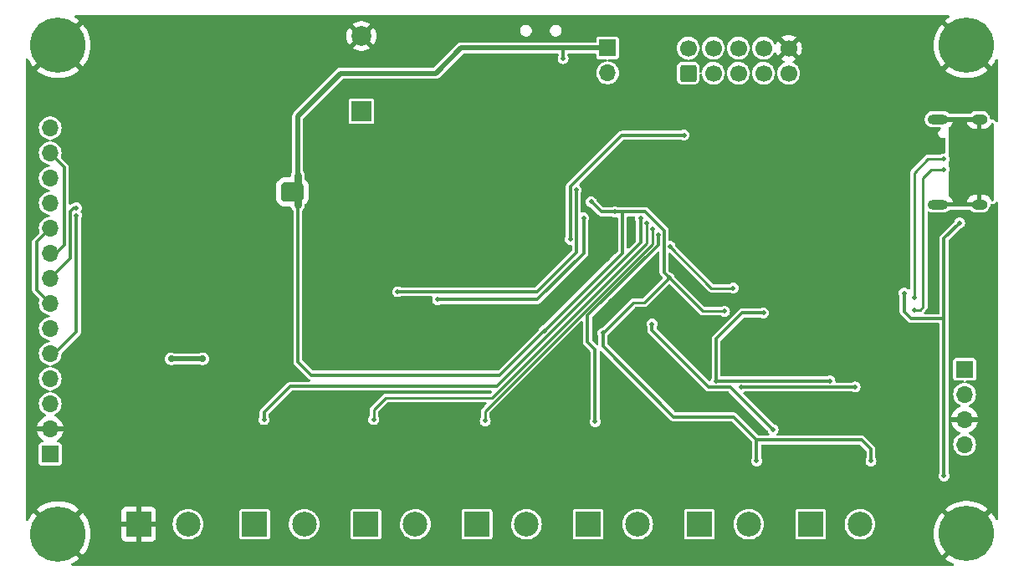
<source format=gbr>
%TF.GenerationSoftware,KiCad,Pcbnew,8.0.0*%
%TF.CreationDate,2024-06-19T21:37:33+02:00*%
%TF.ProjectId,PCB,5043422e-6b69-4636-9164-5f7063625858,0.1*%
%TF.SameCoordinates,Original*%
%TF.FileFunction,Copper,L2,Bot*%
%TF.FilePolarity,Positive*%
%FSLAX46Y46*%
G04 Gerber Fmt 4.6, Leading zero omitted, Abs format (unit mm)*
G04 Created by KiCad (PCBNEW 8.0.0) date 2024-06-19 21:37:33*
%MOMM*%
%LPD*%
G01*
G04 APERTURE LIST*
G04 Aperture macros list*
%AMRoundRect*
0 Rectangle with rounded corners*
0 $1 Rounding radius*
0 $2 $3 $4 $5 $6 $7 $8 $9 X,Y pos of 4 corners*
0 Add a 4 corners polygon primitive as box body*
4,1,4,$2,$3,$4,$5,$6,$7,$8,$9,$2,$3,0*
0 Add four circle primitives for the rounded corners*
1,1,$1+$1,$2,$3*
1,1,$1+$1,$4,$5*
1,1,$1+$1,$6,$7*
1,1,$1+$1,$8,$9*
0 Add four rect primitives between the rounded corners*
20,1,$1+$1,$2,$3,$4,$5,0*
20,1,$1+$1,$4,$5,$6,$7,0*
20,1,$1+$1,$6,$7,$8,$9,0*
20,1,$1+$1,$8,$9,$2,$3,0*%
G04 Aperture macros list end*
%TA.AperFunction,ComponentPad*%
%ADD10R,2.000000X2.000000*%
%TD*%
%TA.AperFunction,ComponentPad*%
%ADD11C,2.000000*%
%TD*%
%TA.AperFunction,ComponentPad*%
%ADD12R,1.700000X1.700000*%
%TD*%
%TA.AperFunction,ComponentPad*%
%ADD13O,1.700000X1.700000*%
%TD*%
%TA.AperFunction,ComponentPad*%
%ADD14C,5.600000*%
%TD*%
%TA.AperFunction,ComponentPad*%
%ADD15O,2.100000X1.000000*%
%TD*%
%TA.AperFunction,ComponentPad*%
%ADD16O,1.600000X1.000000*%
%TD*%
%TA.AperFunction,ComponentPad*%
%ADD17R,2.500000X2.500000*%
%TD*%
%TA.AperFunction,ComponentPad*%
%ADD18C,2.500000*%
%TD*%
%TA.AperFunction,ComponentPad*%
%ADD19RoundRect,0.250000X0.600000X-0.600000X0.600000X0.600000X-0.600000X0.600000X-0.600000X-0.600000X0*%
%TD*%
%TA.AperFunction,ComponentPad*%
%ADD20C,1.700000*%
%TD*%
%TA.AperFunction,ViaPad*%
%ADD21C,0.500000*%
%TD*%
%TA.AperFunction,ViaPad*%
%ADD22C,0.700000*%
%TD*%
%TA.AperFunction,ViaPad*%
%ADD23C,0.800000*%
%TD*%
%TA.AperFunction,Conductor*%
%ADD24C,0.250000*%
%TD*%
%TA.AperFunction,Conductor*%
%ADD25C,0.300000*%
%TD*%
%TA.AperFunction,Conductor*%
%ADD26C,0.500000*%
%TD*%
%TA.AperFunction,Conductor*%
%ADD27C,0.800000*%
%TD*%
G04 APERTURE END LIST*
D10*
%TO.P,BZ1,1,-*%
%TO.N,Net-(BZ1--)*%
X144050000Y-69660000D03*
D11*
%TO.P,BZ1,2,+*%
%TO.N,GND*%
X144050000Y-62060000D03*
%TD*%
D12*
%TO.P,J4,1,Pin_1*%
%TO.N,/TXD*%
X205100000Y-95800000D03*
D13*
%TO.P,J4,2,Pin_2*%
%TO.N,/RXD*%
X205100000Y-98340000D03*
%TO.P,J4,3,Pin_3*%
%TO.N,GND*%
X205100000Y-100880000D03*
%TO.P,J4,4,Pin_4*%
%TO.N,Net-(J4-Pin_4)*%
X205100000Y-103420000D03*
%TD*%
D14*
%TO.P,H3,1,1*%
%TO.N,GND*%
X113332944Y-63000000D03*
%TD*%
D15*
%TO.P,J14,S1,SHIELD*%
%TO.N,Net-(J14-SHIELD)*%
X202395000Y-79120000D03*
D16*
X206575000Y-79120000D03*
D15*
X202395000Y-70480000D03*
D16*
X206575000Y-70480000D03*
%TD*%
D17*
%TO.P,J2,1,Pin_1*%
%TO.N,GND*%
X121500000Y-111500000D03*
D18*
%TO.P,J2,2,Pin_2*%
%TO.N,Net-(D1-A)*%
X126500000Y-111500000D03*
%TD*%
D12*
%TO.P,J3,1,Pin_1*%
%TO.N,+3.3V*%
X168970000Y-63260000D03*
D13*
%TO.P,J3,2,Pin_2*%
%TO.N,Net-(J10-Pin_1)*%
X168970000Y-65800000D03*
%TD*%
D17*
%TO.P,J8,1,Pin_1*%
%TO.N,+12V_S*%
X133250000Y-111500000D03*
D18*
%TO.P,J8,2,Pin_2*%
%TO.N,Net-(D4-A)*%
X138250000Y-111500000D03*
%TD*%
D19*
%TO.P,J10,1,Pin_1*%
%TO.N,Net-(J10-Pin_1)*%
X177120000Y-65820000D03*
D20*
%TO.P,J10,2,Pin_2*%
X177120000Y-63280000D03*
%TO.P,J10,3,Pin_3*%
%TO.N,unconnected-(J10-Pin_3-Pad3)*%
X179660000Y-65820000D03*
%TO.P,J10,4,Pin_4*%
%TO.N,Net-(J10-Pin_4)*%
X179660000Y-63280000D03*
%TO.P,J10,5,Pin_5*%
%TO.N,unconnected-(J10-Pin_5-Pad5)*%
X182200000Y-65820000D03*
%TO.P,J10,6,Pin_6*%
%TO.N,Net-(J10-Pin_6)*%
X182200000Y-63280000D03*
%TO.P,J10,7,Pin_7*%
%TO.N,Net-(J10-Pin_7)*%
X184740000Y-65820000D03*
%TO.P,J10,8,Pin_8*%
%TO.N,unconnected-(J10-Pin_8-Pad8)*%
X184740000Y-63280000D03*
%TO.P,J10,9,Pin_9*%
%TO.N,Net-(J10-Pin_9)*%
X187280000Y-65820000D03*
%TO.P,J10,10,Pin_10*%
%TO.N,GND*%
X187280000Y-63280000D03*
%TD*%
D17*
%TO.P,J5,1,Pin_1*%
%TO.N,Net-(J5-Pin_1)*%
X178250000Y-111500000D03*
D18*
%TO.P,J5,2,Pin_2*%
%TO.N,Net-(J5-Pin_2)*%
X183250000Y-111500000D03*
%TD*%
D14*
%TO.P,H2,1,1*%
%TO.N,GND*%
X205282944Y-112462944D03*
%TD*%
D17*
%TO.P,J6,1,Pin_1*%
%TO.N,+12V_S*%
X167000000Y-111500000D03*
D18*
%TO.P,J6,2,Pin_2*%
%TO.N,Net-(D6-A)*%
X172000000Y-111500000D03*
%TD*%
D17*
%TO.P,J1,1,Pin_1*%
%TO.N,Net-(J1-Pin_1)*%
X189500000Y-111500000D03*
D18*
%TO.P,J1,2,Pin_2*%
%TO.N,Net-(J1-Pin_2)*%
X194500000Y-111500000D03*
%TD*%
D14*
%TO.P,H4,1,1*%
%TO.N,GND*%
X113332944Y-112482944D03*
%TD*%
D17*
%TO.P,J12,1,Pin_1*%
%TO.N,+12V_S*%
X144500000Y-111500000D03*
D18*
%TO.P,J12,2,Pin_2*%
%TO.N,Net-(D5-A)*%
X149500000Y-111500000D03*
%TD*%
D17*
%TO.P,J7,1,Pin_1*%
%TO.N,+12V_S*%
X155750000Y-111500000D03*
D18*
%TO.P,J7,2,Pin_2*%
%TO.N,Net-(D8-A)*%
X160750000Y-111500000D03*
%TD*%
D14*
%TO.P,H1,1,1*%
%TO.N,GND*%
X205282944Y-63000000D03*
%TD*%
D12*
%TO.P,J13,1,Pin_1*%
%TO.N,+3.3V*%
X112550000Y-104380000D03*
D13*
%TO.P,J13,2,Pin_2*%
%TO.N,GND*%
X112550000Y-101840000D03*
%TO.P,J13,3,Pin_3*%
%TO.N,/CS_TFT*%
X112550000Y-99300000D03*
%TO.P,J13,4,Pin_4*%
%TO.N,/RESET_TFT*%
X112550000Y-96760000D03*
%TO.P,J13,5,Pin_5*%
%TO.N,/DC{slash}RS*%
X112550000Y-94220000D03*
%TO.P,J13,6,Pin_6*%
%TO.N,/MOSI_TFT*%
X112550000Y-91680000D03*
%TO.P,J13,7,Pin_7*%
%TO.N,/SCK_TFT*%
X112550000Y-89140000D03*
%TO.P,J13,8,Pin_8*%
%TO.N,/LED_TFT*%
X112550000Y-86600000D03*
%TO.P,J13,9,Pin_9*%
%TO.N,/MISO_TFT*%
X112550000Y-84060000D03*
%TO.P,J13,10,Pin_10*%
%TO.N,/SCK_TFT*%
X112550000Y-81520000D03*
%TO.P,J13,11,Pin_11*%
%TO.N,/CS_TP*%
X112550000Y-78980000D03*
%TO.P,J13,12,Pin_12*%
%TO.N,/MOSI_TFT*%
X112550000Y-76440000D03*
%TO.P,J13,13,Pin_13*%
%TO.N,/MISO_TFT*%
X112550000Y-73900000D03*
%TO.P,J13,14,Pin_14*%
%TO.N,/IRQ_TP*%
X112550000Y-71360000D03*
%TD*%
D21*
%TO.N,GND*%
X141740000Y-82330000D03*
X141740000Y-81000000D03*
X169392600Y-105689400D03*
X158318200Y-105664000D03*
X147040600Y-105638600D03*
X135864600Y-105638600D03*
X119684800Y-101733458D03*
X119684800Y-105130600D03*
X176606200Y-91236800D03*
X192405000Y-92633800D03*
X115480000Y-97160000D03*
X115480000Y-93510000D03*
X121843800Y-99491800D03*
X185115200Y-74726800D03*
X184226200Y-77139800D03*
X181356000Y-79959200D03*
X178485800Y-82778600D03*
X176072800Y-85699600D03*
%TO.N,/CS_FLASH*%
X175275330Y-83362800D03*
X181660800Y-87579200D03*
%TO.N,GND*%
X188264800Y-92608400D03*
X186165200Y-92618400D03*
X157416800Y-78181200D03*
X152056800Y-78181200D03*
X154736800Y-78181200D03*
X162420000Y-86140000D03*
%TO.N,+3.3V*%
X180805000Y-89935000D03*
%TO.N,/MISO_TC*%
X184750000Y-90090000D03*
%TO.N,GND*%
X200490000Y-62025000D03*
X200490000Y-64920000D03*
X169367200Y-104565416D03*
X195595000Y-91700000D03*
X186597000Y-96199800D03*
X199540000Y-99000000D03*
X120420000Y-61700000D03*
X171180000Y-94600000D03*
X197900000Y-63940000D03*
X199540000Y-96105000D03*
X152530000Y-61100000D03*
X155310000Y-61100000D03*
X168120000Y-70590000D03*
X120180000Y-82880000D03*
X194030000Y-62035000D03*
X131800000Y-84590000D03*
X132060000Y-77460000D03*
X143430000Y-89010000D03*
X120180000Y-93515710D03*
X133460000Y-84590000D03*
X165340000Y-70590000D03*
X125890000Y-79780000D03*
X170690000Y-87525000D03*
X168850330Y-83199949D03*
X168010000Y-77900000D03*
X190196643Y-105325588D03*
X199540000Y-101895000D03*
X120180000Y-85007142D03*
X114497500Y-108500000D03*
X121460000Y-113670000D03*
X171930000Y-74060000D03*
X188820000Y-98790000D03*
X135510000Y-88550000D03*
X124976666Y-61700000D03*
X120180000Y-91388568D03*
X155310000Y-67880000D03*
X175260000Y-98380000D03*
X175840000Y-101780000D03*
X171300381Y-81440000D03*
X153020000Y-104850000D03*
X162500330Y-78539949D03*
X134090000Y-61700000D03*
X165970330Y-85999949D03*
X164340279Y-81900000D03*
X156400000Y-84450000D03*
X115755000Y-75075000D03*
X194030000Y-64930000D03*
X173220000Y-96490000D03*
X158225000Y-104475000D03*
X190955000Y-74600000D03*
X188125273Y-104429969D03*
X188950000Y-80380000D03*
X193850000Y-74600000D03*
X141240000Y-105200000D03*
X129850000Y-77460000D03*
X111855000Y-108500000D03*
X120180000Y-87134284D03*
X191630000Y-80380000D03*
X141240000Y-102305000D03*
X123901200Y-101625400D03*
X135510000Y-85870000D03*
X121530000Y-109220000D03*
X166491691Y-93731309D03*
X167410330Y-84599949D03*
X163990000Y-104740000D03*
X116820000Y-100690000D03*
X145300000Y-90400000D03*
X146962500Y-104331100D03*
X135825000Y-104368600D03*
X190570000Y-101340000D03*
X196462877Y-102825000D03*
X152530000Y-67880000D03*
X172130000Y-86140000D03*
X199540000Y-113025000D03*
X153020000Y-101955000D03*
X157940000Y-92280000D03*
X163990000Y-101845000D03*
X178940000Y-101780000D03*
X119190000Y-111500000D03*
X182140000Y-74726800D03*
X123900000Y-111510000D03*
X120180000Y-89261426D03*
X178689973Y-105229991D03*
X115197500Y-100690000D03*
X117140000Y-108500000D03*
X129533332Y-61700000D03*
X174010000Y-75850000D03*
X168927830Y-84632449D03*
X188696600Y-96189800D03*
X128980000Y-79770000D03*
X160005000Y-66890000D03*
X155260000Y-92280000D03*
X143430000Y-91690000D03*
X167752291Y-92790389D03*
X194310000Y-80380000D03*
X199540000Y-110130000D03*
X127510000Y-77460000D03*
X176090000Y-77640000D03*
X117650000Y-73170000D03*
X193140000Y-101370000D03*
X184096338Y-102041499D03*
X169250000Y-88910000D03*
X167372830Y-86027449D03*
X152580000Y-92280000D03*
X180490000Y-101780000D03*
X125520000Y-77460000D03*
X196640000Y-87300000D03*
X158850000Y-84450000D03*
X175890000Y-104860000D03*
D22*
%TO.N,Net-(D2-K)*%
X128000000Y-94750000D03*
X124800000Y-94750000D03*
%TO.N,+3.3V*%
X136500000Y-77350000D03*
D21*
X184050000Y-105100000D03*
X162549485Y-91912085D03*
X198980000Y-88090000D03*
X167310330Y-78839949D03*
X164463647Y-64345143D03*
D22*
X137600000Y-77350000D03*
D21*
X203010000Y-106600000D03*
X195620000Y-105090000D03*
D22*
X137600000Y-78250000D03*
D21*
X204581973Y-80987703D03*
X175200330Y-86539949D03*
X168500330Y-92139949D03*
D22*
X136500000Y-78250000D03*
D21*
X169708515Y-79848134D03*
X137600000Y-70740000D03*
%TO.N,/LED_TFT*%
X115200000Y-79450000D03*
%TO.N,/OUT2*%
X174075330Y-82219807D03*
X167700000Y-101100000D03*
%TO.N,/OUT1*%
X156575000Y-101025000D03*
X173500330Y-81639949D03*
%TO.N,/SSR1*%
X134195000Y-100900000D03*
X172306917Y-80533362D03*
%TO.N,/SSR2*%
X172925330Y-81039949D03*
X145300000Y-100900000D03*
D23*
%TO.N,Net-(J14-SHIELD)*%
X205410000Y-72950000D03*
X205410000Y-76710000D03*
D21*
%TO.N,/D+*%
X203000000Y-74500000D03*
X200000000Y-88560000D03*
%TO.N,/D-*%
X203007148Y-75564297D03*
X200000000Y-89830000D03*
%TO.N,/NRST*%
X165200330Y-82639949D03*
X176700000Y-72090000D03*
%TO.N,/AN_T1*%
X173450000Y-91230000D03*
X185700000Y-101920000D03*
%TO.N,/SCK_TC*%
X194000000Y-97600000D03*
X182500000Y-97600000D03*
%TO.N,/MISO_TC*%
X179959013Y-97000000D03*
X191460000Y-97000000D03*
%TO.N,/DC{slash}RS*%
X115210000Y-80230000D03*
%TO.N,/AN_12V*%
X147720000Y-87950000D03*
X165790000Y-77650000D03*
%TO.N,/INHIBIT*%
X166540000Y-80470000D03*
X151760000Y-88760000D03*
%TD*%
D24*
%TO.N,+3.3V*%
X180805000Y-89935000D02*
X178595381Y-89935000D01*
X178595381Y-89935000D02*
X175200330Y-86539949D01*
D25*
X162549485Y-91920515D02*
X162448503Y-92021497D01*
X162549485Y-91912085D02*
X162549485Y-91920515D01*
X158060000Y-96400000D02*
X162547915Y-91912085D01*
X138960000Y-96400000D02*
X158060000Y-96400000D01*
X162547915Y-91912085D02*
X162549485Y-91912085D01*
X137600000Y-95040000D02*
X138960000Y-96400000D01*
X137600000Y-79190000D02*
X137600000Y-95040000D01*
X170460000Y-84028808D02*
X170460000Y-79848134D01*
X169953859Y-84534949D02*
X170460000Y-84028808D01*
X162549485Y-91910515D02*
X169925051Y-84534949D01*
X162549485Y-91912085D02*
X162549485Y-91910515D01*
X169925051Y-84534949D02*
X169953859Y-84534949D01*
%TO.N,/DC{slash}RS*%
X113010000Y-94220000D02*
X112550000Y-94220000D01*
X115210000Y-92020000D02*
X113010000Y-94220000D01*
X115210000Y-80230000D02*
X115210000Y-92020000D01*
%TO.N,/MISO_TFT*%
X113180000Y-84060000D02*
X112550000Y-84060000D01*
X114000000Y-75350000D02*
X114000000Y-83240000D01*
X112550000Y-73900000D02*
X114000000Y-75350000D01*
X114000000Y-83240000D02*
X113180000Y-84060000D01*
%TO.N,/SCK_TFT*%
X112550000Y-89130000D02*
X112550000Y-89140000D01*
X111180000Y-87760000D02*
X112550000Y-89130000D01*
X111180000Y-82890000D02*
X111180000Y-87760000D01*
X112550000Y-81520000D02*
X111180000Y-82890000D01*
%TO.N,+3.3V*%
X168318515Y-79848134D02*
X167310330Y-78839949D01*
X169708515Y-79848134D02*
X168318515Y-79848134D01*
X174675330Y-81734949D02*
X174675330Y-86014949D01*
X172788515Y-79848134D02*
X174675330Y-81734949D01*
X169708515Y-79848134D02*
X172788515Y-79848134D01*
X174675330Y-86014949D02*
X175200330Y-86539949D01*
D24*
%TO.N,/CS_FLASH*%
X179476400Y-87579200D02*
X181660800Y-87579200D01*
X175275330Y-83362800D02*
X175275330Y-83378130D01*
X175275330Y-83378130D02*
X179476400Y-87579200D01*
D25*
%TO.N,/MISO_TC*%
X182570000Y-90090000D02*
X179959013Y-92700987D01*
X179959013Y-92700987D02*
X179959013Y-97000000D01*
X184750000Y-90090000D02*
X182570000Y-90090000D01*
D26*
%TO.N,Net-(D2-K)*%
X128000000Y-94750000D02*
X124800000Y-94750000D01*
%TO.N,+3.3V*%
X164500000Y-63260000D02*
X168970000Y-63260000D01*
X137600000Y-70190000D02*
X141970000Y-65820000D01*
D24*
X168500330Y-92139949D02*
X171570330Y-89069949D01*
D27*
X137600000Y-77350000D02*
X137600000Y-76200000D01*
D24*
X171570330Y-89069949D02*
X172670330Y-89069949D01*
D25*
X181730000Y-100640000D02*
X175660000Y-100640000D01*
X203010000Y-90670000D02*
X203010000Y-106600000D01*
X198980000Y-89950000D02*
X199700000Y-90670000D01*
X203010000Y-82559676D02*
X203010000Y-90670000D01*
X198980000Y-88090000D02*
X198980000Y-89950000D01*
X195590000Y-103890000D02*
X195620000Y-103920000D01*
D26*
X137600000Y-70740000D02*
X137600000Y-70190000D01*
D25*
X175660000Y-100640000D02*
X168500330Y-93480330D01*
X199700000Y-90670000D02*
X203010000Y-90670000D01*
D26*
X151590000Y-65820000D02*
X154150000Y-63260000D01*
X154150000Y-63260000D02*
X164500000Y-63260000D01*
D25*
X184050000Y-102960000D02*
X194660000Y-102960000D01*
D26*
X141970000Y-65820000D02*
X151590000Y-65820000D01*
D25*
X195620000Y-103920000D02*
X195620000Y-105090000D01*
X204581973Y-80987703D02*
X203010000Y-82559676D01*
X194660000Y-102960000D02*
X195590000Y-103890000D01*
X184050000Y-102960000D02*
X181730000Y-100640000D01*
D27*
X137600000Y-79190000D02*
X137600000Y-78250000D01*
D25*
X168500330Y-92139949D02*
X168500000Y-92140279D01*
X184050000Y-105100000D02*
X184050000Y-102960000D01*
X168500330Y-93480330D02*
X168500330Y-92139949D01*
D26*
X137600000Y-76200000D02*
X137600000Y-70740000D01*
D24*
X172670330Y-89069949D02*
X175200330Y-86539949D01*
D25*
X164463647Y-64345143D02*
X164463647Y-63408647D01*
%TO.N,/LED_TFT*%
X114600000Y-84550000D02*
X112550000Y-86600000D01*
X114940000Y-79450000D02*
X114600000Y-79790000D01*
X114600000Y-79790000D02*
X114600000Y-84550000D01*
X115200000Y-79450000D02*
X114940000Y-79450000D01*
%TO.N,/OUT2*%
X167700000Y-101100000D02*
X167690000Y-101090000D01*
X166930000Y-90360000D02*
X174075330Y-83214670D01*
X174075330Y-83214670D02*
X174075330Y-82219807D01*
X166930000Y-93040000D02*
X166930000Y-90360000D01*
X167690000Y-93800000D02*
X166930000Y-93040000D01*
X167690000Y-101090000D02*
X167690000Y-93800000D01*
D24*
%TO.N,/OUT1*%
X173500330Y-83117918D02*
X156575000Y-100043248D01*
X156575000Y-100043248D02*
X156575000Y-101025000D01*
X173500330Y-81639949D02*
X173500330Y-83117918D01*
D25*
%TO.N,/SSR1*%
X136850000Y-97510000D02*
X157800100Y-97510000D01*
X172306917Y-83003183D02*
X172306917Y-80533362D01*
X134195000Y-100900000D02*
X134195000Y-100165000D01*
X157800100Y-97510000D02*
X172306917Y-83003183D01*
X134195000Y-100165000D02*
X136850000Y-97510000D01*
D24*
%TO.N,/SSR2*%
X172925330Y-83056522D02*
X157291852Y-98690000D01*
X157291852Y-98690000D02*
X146510000Y-98690000D01*
X146510000Y-98690000D02*
X145300000Y-99900000D01*
X145300000Y-99900000D02*
X145300000Y-100900000D01*
X172925330Y-81039949D02*
X172925330Y-83056522D01*
D25*
%TO.N,/MISO_TFT*%
X112550000Y-84040000D02*
X112550000Y-84060000D01*
D24*
%TO.N,/D+*%
X201400000Y-74500000D02*
X200000000Y-75900000D01*
X203000000Y-74500000D02*
X201400000Y-74500000D01*
X200000000Y-75900000D02*
X200000000Y-88560000D01*
%TO.N,/D-*%
X200900000Y-89500000D02*
X200900000Y-76400000D01*
X200000000Y-89830000D02*
X200570000Y-89830000D01*
X200570000Y-89830000D02*
X200900000Y-89500000D01*
X200900000Y-76400000D02*
X201735703Y-75564297D01*
X201735703Y-75564297D02*
X203007148Y-75564297D01*
D25*
%TO.N,/MOSI_TFT*%
X112550000Y-76440000D02*
X112550000Y-76450000D01*
%TO.N,/NRST*%
X170420000Y-72090000D02*
X165180000Y-77330000D01*
X165180000Y-82619619D02*
X165200330Y-82639949D01*
X165180000Y-77330000D02*
X165180000Y-82619619D01*
X176700000Y-72090000D02*
X170420000Y-72090000D01*
%TO.N,/AN_T1*%
X173450000Y-91850000D02*
X179200000Y-97600000D01*
X181380000Y-97600000D02*
X185700000Y-101920000D01*
X173450000Y-91230000D02*
X173450000Y-91850000D01*
X179200000Y-97600000D02*
X181380000Y-97600000D01*
%TO.N,/SCK_TC*%
X194000000Y-97600000D02*
X182500000Y-97600000D01*
%TO.N,/MISO_TC*%
X191460000Y-97000000D02*
X179959013Y-97000000D01*
%TO.N,/AN_12V*%
X165800330Y-77660330D02*
X165790000Y-77650000D01*
X165800330Y-83969670D02*
X165800330Y-77660330D01*
X161820000Y-87950000D02*
X165800330Y-83969670D01*
X147720000Y-87950000D02*
X161820000Y-87950000D01*
%TO.N,/INHIBIT*%
X166540000Y-80470000D02*
X166540000Y-84080000D01*
X161860000Y-88760000D02*
X151760000Y-88760000D01*
X166540000Y-84080000D02*
X161860000Y-88760000D01*
%TO.N,/SCK_TFT*%
X112550000Y-81520000D02*
X112550000Y-81530000D01*
X112560000Y-89140000D02*
X112550000Y-89140000D01*
%TD*%
%TA.AperFunction,Conductor*%
%TO.N,+3.3V*%
G36*
X137915677Y-76869685D02*
G01*
X137936319Y-76886319D01*
X138163681Y-77113681D01*
X138197166Y-77175004D01*
X138200000Y-77201362D01*
X138200000Y-78448638D01*
X138180315Y-78515677D01*
X138163681Y-78536319D01*
X137886319Y-78813681D01*
X137824996Y-78847166D01*
X137798638Y-78850000D01*
X136301362Y-78850000D01*
X136234323Y-78830315D01*
X136213681Y-78813681D01*
X135936319Y-78536319D01*
X135902834Y-78474996D01*
X135900000Y-78448638D01*
X135900000Y-77201362D01*
X135919685Y-77134323D01*
X135936319Y-77113681D01*
X136163681Y-76886319D01*
X136225004Y-76852834D01*
X136251362Y-76850000D01*
X137848638Y-76850000D01*
X137915677Y-76869685D01*
G37*
%TD.AperFunction*%
%TD*%
%TA.AperFunction,Conductor*%
%TO.N,Net-(J14-SHIELD)*%
G36*
X206090795Y-70239940D02*
G01*
X206034940Y-70295795D01*
X205995444Y-70364204D01*
X205975000Y-70440504D01*
X205975000Y-70519496D01*
X205995444Y-70595796D01*
X206034940Y-70664205D01*
X206090795Y-70720060D01*
X206108012Y-70730000D01*
X205305138Y-70730000D01*
X205313430Y-70771690D01*
X205313430Y-70771692D01*
X205388807Y-70953671D01*
X205388814Y-70953684D01*
X205498248Y-71117462D01*
X205498251Y-71117466D01*
X205637533Y-71256748D01*
X205637537Y-71256751D01*
X205801315Y-71366185D01*
X205801328Y-71366192D01*
X205983306Y-71441569D01*
X205983318Y-71441572D01*
X206176504Y-71479999D01*
X206176508Y-71480000D01*
X206325000Y-71480000D01*
X206325000Y-70780000D01*
X206825000Y-70780000D01*
X206825000Y-71480000D01*
X206973492Y-71480000D01*
X206973495Y-71479999D01*
X207166681Y-71441572D01*
X207166693Y-71441569D01*
X207348671Y-71366192D01*
X207348684Y-71366185D01*
X207512462Y-71256751D01*
X207512466Y-71256748D01*
X207651748Y-71117466D01*
X207651751Y-71117462D01*
X207761185Y-70953684D01*
X207761187Y-70953680D01*
X207781438Y-70904790D01*
X207825279Y-70850387D01*
X207891573Y-70828321D01*
X207959272Y-70845600D01*
X208006883Y-70896736D01*
X208020000Y-70952242D01*
X208020000Y-78647756D01*
X208000315Y-78714795D01*
X207947511Y-78760550D01*
X207878353Y-78770494D01*
X207814797Y-78741469D01*
X207781439Y-78695209D01*
X207761190Y-78646325D01*
X207761185Y-78646315D01*
X207651751Y-78482537D01*
X207651748Y-78482533D01*
X207512466Y-78343251D01*
X207512462Y-78343248D01*
X207348684Y-78233814D01*
X207348671Y-78233807D01*
X207166693Y-78158430D01*
X207166681Y-78158427D01*
X206973495Y-78120000D01*
X206825000Y-78120000D01*
X206825000Y-78820000D01*
X206325000Y-78820000D01*
X206325000Y-78120000D01*
X206176504Y-78120000D01*
X205983318Y-78158427D01*
X205983306Y-78158430D01*
X205801328Y-78233807D01*
X205801315Y-78233814D01*
X205637537Y-78343248D01*
X205637533Y-78343251D01*
X205498251Y-78482533D01*
X205498248Y-78482537D01*
X205388814Y-78646315D01*
X205388807Y-78646328D01*
X205313430Y-78828307D01*
X205313430Y-78828309D01*
X205305138Y-78870000D01*
X206108012Y-78870000D01*
X206090795Y-78879940D01*
X206034940Y-78935795D01*
X205995444Y-79004204D01*
X205975000Y-79080504D01*
X205975000Y-79159496D01*
X205995444Y-79235796D01*
X206034940Y-79304205D01*
X206090735Y-79360000D01*
X203129265Y-79360000D01*
X203185060Y-79304205D01*
X203224556Y-79235796D01*
X203245000Y-79159496D01*
X203245000Y-79080504D01*
X203224556Y-79004204D01*
X203185060Y-78935795D01*
X203129205Y-78879940D01*
X203111988Y-78870000D01*
X203914862Y-78870000D01*
X203906569Y-78828309D01*
X203906569Y-78828307D01*
X203831192Y-78646328D01*
X203831185Y-78646315D01*
X203721751Y-78482537D01*
X203721748Y-78482533D01*
X203582466Y-78343251D01*
X203582460Y-78343246D01*
X203505108Y-78291560D01*
X203460304Y-78237948D01*
X203450000Y-78188459D01*
X203450000Y-75933548D01*
X203469685Y-75866509D01*
X203475625Y-75858061D01*
X203488009Y-75841922D01*
X203543478Y-75708006D01*
X203562398Y-75564297D01*
X203543478Y-75420588D01*
X203488009Y-75286672D01*
X203488009Y-75286671D01*
X203475624Y-75270531D01*
X203450430Y-75205362D01*
X203450000Y-75195045D01*
X203450000Y-74859935D01*
X203469685Y-74792896D01*
X203475618Y-74784457D01*
X203480861Y-74777625D01*
X203536330Y-74643709D01*
X203555250Y-74500000D01*
X203536330Y-74356291D01*
X203480861Y-74222375D01*
X203475622Y-74215547D01*
X203450430Y-74150377D01*
X203450000Y-74140063D01*
X203450000Y-71411539D01*
X203469685Y-71344500D01*
X203505110Y-71308436D01*
X203582465Y-71256749D01*
X203721748Y-71117466D01*
X203721751Y-71117462D01*
X203831185Y-70953684D01*
X203831192Y-70953671D01*
X203906569Y-70771692D01*
X203906569Y-70771690D01*
X203914862Y-70730000D01*
X203111988Y-70730000D01*
X203129205Y-70720060D01*
X203185060Y-70664205D01*
X203224556Y-70595796D01*
X203245000Y-70519496D01*
X203245000Y-70440504D01*
X203224556Y-70364204D01*
X203185060Y-70295795D01*
X203129205Y-70239940D01*
X203111988Y-70230000D01*
X206108012Y-70230000D01*
X206090795Y-70239940D01*
G37*
%TD.AperFunction*%
%TD*%
%TA.AperFunction,Conductor*%
%TO.N,GND*%
G36*
X174144164Y-83885453D02*
G01*
X174200097Y-83927325D01*
X174224514Y-83992789D01*
X174224830Y-84001635D01*
X174224830Y-86074258D01*
X174238680Y-86125947D01*
X174255529Y-86188833D01*
X174255531Y-86188836D01*
X174314841Y-86291563D01*
X174314843Y-86291565D01*
X174493223Y-86469945D01*
X174526708Y-86531268D01*
X174521724Y-86600960D01*
X174493223Y-86645307D01*
X172530401Y-88608130D01*
X172469078Y-88641615D01*
X172442720Y-88644449D01*
X171514312Y-88644449D01*
X171406093Y-88673446D01*
X171406090Y-88673447D01*
X171309070Y-88729462D01*
X171309064Y-88729466D01*
X168476545Y-91561984D01*
X168415222Y-91595469D01*
X168405052Y-91597242D01*
X168356619Y-91603619D01*
X168222707Y-91659086D01*
X168107709Y-91747328D01*
X168019467Y-91862326D01*
X167964001Y-91996236D01*
X167964000Y-91996240D01*
X167946836Y-92126614D01*
X167945080Y-92139949D01*
X167952181Y-92193889D01*
X167964000Y-92283657D01*
X167964001Y-92283661D01*
X168019467Y-92417571D01*
X168019468Y-92417573D01*
X168019469Y-92417574D01*
X168024205Y-92423747D01*
X168049400Y-92488914D01*
X168049830Y-92499233D01*
X168049830Y-93223365D01*
X168030145Y-93290404D01*
X167977341Y-93336159D01*
X167908183Y-93346103D01*
X167844627Y-93317078D01*
X167838149Y-93311046D01*
X167416819Y-92889716D01*
X167383334Y-92828393D01*
X167380500Y-92802035D01*
X167380500Y-90597965D01*
X167400185Y-90530926D01*
X167416819Y-90510284D01*
X174013149Y-83913954D01*
X174074472Y-83880469D01*
X174144164Y-83885453D01*
G37*
%TD.AperFunction*%
%TA.AperFunction,Conductor*%
G36*
X171708214Y-80318319D02*
G01*
X171753969Y-80371123D01*
X171764113Y-80438819D01*
X171751667Y-80533362D01*
X171762245Y-80613712D01*
X171770587Y-80677070D01*
X171770588Y-80677074D01*
X171826054Y-80810984D01*
X171826055Y-80810986D01*
X171826056Y-80810987D01*
X171830792Y-80817160D01*
X171855987Y-80882327D01*
X171856417Y-80892646D01*
X171856417Y-82765218D01*
X171836732Y-82832257D01*
X171820098Y-82852899D01*
X171122181Y-83550816D01*
X171060858Y-83584301D01*
X170991166Y-83579317D01*
X170935233Y-83537445D01*
X170910816Y-83471981D01*
X170910500Y-83463135D01*
X170910500Y-80422634D01*
X170930185Y-80355595D01*
X170982989Y-80309840D01*
X171034500Y-80298634D01*
X171641175Y-80298634D01*
X171708214Y-80318319D01*
G37*
%TD.AperFunction*%
%TA.AperFunction,Conductor*%
G36*
X203554180Y-59980185D02*
G01*
X203599935Y-60032989D01*
X203609879Y-60102147D01*
X203580854Y-60165703D01*
X203551069Y-60190751D01*
X203428314Y-60264609D01*
X203428311Y-60264611D01*
X203143430Y-60481170D01*
X203143429Y-60481171D01*
X203130201Y-60493702D01*
X203130200Y-60493703D01*
X204342245Y-61705748D01*
X204240614Y-61779588D01*
X204062532Y-61957670D01*
X203988692Y-62059301D01*
X202779386Y-60849995D01*
X202779385Y-60849996D01*
X202651977Y-60999992D01*
X202451162Y-61296172D01*
X202283550Y-61612322D01*
X202283541Y-61612340D01*
X202151093Y-61944760D01*
X202151091Y-61944767D01*
X202055365Y-62289542D01*
X202055359Y-62289568D01*
X201997471Y-62642668D01*
X201997470Y-62642685D01*
X201978097Y-62999997D01*
X201978097Y-63000002D01*
X201997470Y-63357314D01*
X201997471Y-63357331D01*
X202055359Y-63710431D01*
X202055365Y-63710457D01*
X202151091Y-64055232D01*
X202151093Y-64055239D01*
X202283541Y-64387659D01*
X202283550Y-64387677D01*
X202451162Y-64703827D01*
X202651968Y-64999994D01*
X202651979Y-65000008D01*
X202779385Y-65150002D01*
X202779386Y-65150002D01*
X203988691Y-63940697D01*
X204062532Y-64042330D01*
X204240614Y-64220412D01*
X204342244Y-64294251D01*
X203130201Y-65506294D01*
X203143439Y-65518836D01*
X203428311Y-65735388D01*
X203428314Y-65735390D01*
X203734934Y-65919876D01*
X204059683Y-66070122D01*
X204059688Y-66070123D01*
X204398799Y-66184383D01*
X204748283Y-66261311D01*
X205104019Y-66299999D01*
X205104029Y-66300000D01*
X205461859Y-66300000D01*
X205461868Y-66299999D01*
X205817604Y-66261311D01*
X206167088Y-66184383D01*
X206506199Y-66070123D01*
X206506204Y-66070122D01*
X206830953Y-65919876D01*
X207137573Y-65735390D01*
X207137576Y-65735388D01*
X207422453Y-65518831D01*
X207435686Y-65506295D01*
X207435686Y-65506294D01*
X206223643Y-64294251D01*
X206325274Y-64220412D01*
X206503356Y-64042330D01*
X206577195Y-63940698D01*
X207786500Y-65150002D01*
X207913916Y-64999998D01*
X207913919Y-64999994D01*
X208114721Y-64703834D01*
X208255944Y-64437459D01*
X208304738Y-64387450D01*
X208372823Y-64371758D01*
X208438583Y-64395368D01*
X208481139Y-64450781D01*
X208489500Y-64495542D01*
X208489500Y-70669970D01*
X208469815Y-70737009D01*
X208417011Y-70782764D01*
X208347853Y-70792708D01*
X208284297Y-70763683D01*
X208260766Y-70736353D01*
X208230474Y-70688560D01*
X208230465Y-70688549D01*
X208182867Y-70637427D01*
X208136654Y-70596872D01*
X208136653Y-70596871D01*
X208034824Y-70549590D01*
X208034820Y-70549588D01*
X207979745Y-70535532D01*
X207967125Y-70532311D01*
X207967122Y-70532310D01*
X207967116Y-70532309D01*
X207906324Y-70523177D01*
X207906313Y-70523177D01*
X207816375Y-70535532D01*
X207747280Y-70525154D01*
X207694765Y-70479068D01*
X207675500Y-70412686D01*
X207675500Y-70401155D01*
X207675499Y-70401153D01*
X207660491Y-70325702D01*
X207644737Y-70246503D01*
X207591313Y-70117525D01*
X207584397Y-70100827D01*
X207584390Y-70100814D01*
X207496789Y-69969711D01*
X207496785Y-69969706D01*
X207385292Y-69858213D01*
X207385288Y-69858210D01*
X207254185Y-69770609D01*
X207254172Y-69770602D01*
X207108501Y-69710264D01*
X207108489Y-69710261D01*
X206953845Y-69679500D01*
X206953842Y-69679500D01*
X206196158Y-69679500D01*
X206196155Y-69679500D01*
X206041510Y-69710261D01*
X206041498Y-69710264D01*
X205895827Y-69770602D01*
X205895814Y-69770609D01*
X205764711Y-69858210D01*
X205764707Y-69858213D01*
X205734740Y-69888181D01*
X205673417Y-69921666D01*
X205647059Y-69924500D01*
X203572941Y-69924500D01*
X203505902Y-69904815D01*
X203485260Y-69888181D01*
X203455292Y-69858213D01*
X203455288Y-69858210D01*
X203324185Y-69770609D01*
X203324172Y-69770602D01*
X203178501Y-69710264D01*
X203178489Y-69710261D01*
X203023845Y-69679500D01*
X203023842Y-69679500D01*
X201766158Y-69679500D01*
X201766155Y-69679500D01*
X201611510Y-69710261D01*
X201611498Y-69710264D01*
X201465827Y-69770602D01*
X201465814Y-69770609D01*
X201334711Y-69858210D01*
X201334707Y-69858213D01*
X201223215Y-69969706D01*
X201223210Y-69969711D01*
X201135609Y-70100814D01*
X201135602Y-70100827D01*
X201075264Y-70246498D01*
X201075261Y-70246510D01*
X201044500Y-70401153D01*
X201044500Y-70558846D01*
X201075261Y-70713489D01*
X201075264Y-70713501D01*
X201135602Y-70859172D01*
X201135609Y-70859185D01*
X201223210Y-70990288D01*
X201223213Y-70990292D01*
X201334707Y-71101786D01*
X201334711Y-71101789D01*
X201465814Y-71189390D01*
X201465827Y-71189397D01*
X201608357Y-71248434D01*
X201611503Y-71249737D01*
X201766153Y-71280499D01*
X201766156Y-71280500D01*
X202571551Y-71280500D01*
X202638590Y-71300185D01*
X202684345Y-71352989D01*
X202694289Y-71422147D01*
X202665264Y-71485703D01*
X202633550Y-71511887D01*
X202603042Y-71529500D01*
X202603034Y-71529506D01*
X202514506Y-71618034D01*
X202514504Y-71618037D01*
X202451905Y-71726463D01*
X202451088Y-71729513D01*
X202419500Y-71847399D01*
X202419500Y-71972601D01*
X202451905Y-72093536D01*
X202514505Y-72201964D01*
X202603036Y-72290495D01*
X202711464Y-72353095D01*
X202832399Y-72385500D01*
X202832401Y-72385500D01*
X202957600Y-72385500D01*
X202957601Y-72385500D01*
X202988405Y-72377246D01*
X203058255Y-72378908D01*
X203116118Y-72418069D01*
X203143623Y-72482298D01*
X203144500Y-72497020D01*
X203144500Y-73822378D01*
X203124815Y-73889417D01*
X203072011Y-73935172D01*
X203008128Y-73944747D01*
X203008128Y-73944750D01*
X203008112Y-73944750D01*
X203004323Y-73945318D01*
X203000006Y-73944750D01*
X202999999Y-73944750D01*
X202856291Y-73963670D01*
X202856287Y-73963671D01*
X202722377Y-74019137D01*
X202709703Y-74028862D01*
X202683621Y-74048875D01*
X202618455Y-74074070D01*
X202608136Y-74074500D01*
X201343982Y-74074500D01*
X201235763Y-74103497D01*
X201235760Y-74103498D01*
X201138740Y-74159513D01*
X201138734Y-74159517D01*
X199659517Y-75638734D01*
X199659513Y-75638740D01*
X199603498Y-75735760D01*
X199603497Y-75735763D01*
X199574500Y-75843982D01*
X199574500Y-87600839D01*
X199554815Y-87667878D01*
X199502011Y-87713633D01*
X199432853Y-87723577D01*
X199375013Y-87699215D01*
X199372622Y-87697380D01*
X199372621Y-87697379D01*
X199257625Y-87609139D01*
X199257624Y-87609138D01*
X199257622Y-87609137D01*
X199123712Y-87553671D01*
X199123710Y-87553670D01*
X199123709Y-87553670D01*
X199051854Y-87544210D01*
X198980001Y-87534750D01*
X198979999Y-87534750D01*
X198836291Y-87553670D01*
X198836287Y-87553671D01*
X198702377Y-87609137D01*
X198587379Y-87697379D01*
X198499137Y-87812377D01*
X198443671Y-87946287D01*
X198443670Y-87946291D01*
X198431779Y-88036614D01*
X198424750Y-88090000D01*
X198440578Y-88210227D01*
X198443670Y-88233708D01*
X198443671Y-88233712D01*
X198499137Y-88367622D01*
X198499138Y-88367624D01*
X198499139Y-88367625D01*
X198503875Y-88373798D01*
X198529070Y-88438965D01*
X198529500Y-88449284D01*
X198529500Y-90009309D01*
X198547387Y-90076063D01*
X198560201Y-90123887D01*
X198619511Y-90226614D01*
X199423386Y-91030490D01*
X199526113Y-91089799D01*
X199550321Y-91096284D01*
X199550324Y-91096286D01*
X199550325Y-91096286D01*
X199580447Y-91104357D01*
X199640691Y-91120500D01*
X202435500Y-91120500D01*
X202502539Y-91140185D01*
X202548294Y-91192989D01*
X202559500Y-91244500D01*
X202559500Y-106240715D01*
X202539815Y-106307754D01*
X202533877Y-106316200D01*
X202529138Y-106322375D01*
X202473671Y-106456287D01*
X202473670Y-106456291D01*
X202454750Y-106599999D01*
X202454750Y-106600000D01*
X202473670Y-106743708D01*
X202473671Y-106743712D01*
X202529137Y-106877622D01*
X202529138Y-106877624D01*
X202529139Y-106877625D01*
X202617379Y-106992621D01*
X202732375Y-107080861D01*
X202866291Y-107136330D01*
X202993280Y-107153048D01*
X203009999Y-107155250D01*
X203010000Y-107155250D01*
X203010001Y-107155250D01*
X203024977Y-107153278D01*
X203153709Y-107136330D01*
X203287625Y-107080861D01*
X203402621Y-106992621D01*
X203490861Y-106877625D01*
X203546330Y-106743709D01*
X203565250Y-106600000D01*
X203546330Y-106456291D01*
X203490861Y-106322375D01*
X203486123Y-106316200D01*
X203460930Y-106251031D01*
X203460500Y-106240715D01*
X203460500Y-101130000D01*
X203769364Y-101130000D01*
X203826567Y-101343486D01*
X203826570Y-101343492D01*
X203926399Y-101557578D01*
X204061894Y-101751082D01*
X204228917Y-101918105D01*
X204422421Y-102053600D01*
X204621573Y-102146466D01*
X204674012Y-102192638D01*
X204693164Y-102259832D01*
X204672948Y-102326713D01*
X204619783Y-102372048D01*
X204613968Y-102374472D01*
X204606771Y-102377260D01*
X204584982Y-102385701D01*
X204584980Y-102385702D01*
X204403699Y-102497947D01*
X204246127Y-102641593D01*
X204117632Y-102811746D01*
X204022596Y-103002605D01*
X204022596Y-103002607D01*
X203964244Y-103207689D01*
X203944571Y-103419999D01*
X203944571Y-103420000D01*
X203964244Y-103632310D01*
X204022596Y-103837392D01*
X204022596Y-103837394D01*
X204117632Y-104028253D01*
X204215587Y-104157965D01*
X204246128Y-104198407D01*
X204403698Y-104342052D01*
X204584981Y-104454298D01*
X204783802Y-104531321D01*
X204993390Y-104570500D01*
X204993392Y-104570500D01*
X205206608Y-104570500D01*
X205206610Y-104570500D01*
X205416198Y-104531321D01*
X205615019Y-104454298D01*
X205796302Y-104342052D01*
X205953872Y-104198407D01*
X206082366Y-104028255D01*
X206082367Y-104028253D01*
X206177403Y-103837394D01*
X206177403Y-103837393D01*
X206177405Y-103837389D01*
X206235756Y-103632310D01*
X206255429Y-103420000D01*
X206235756Y-103207690D01*
X206177405Y-103002611D01*
X206177403Y-103002606D01*
X206177403Y-103002605D01*
X206082367Y-102811746D01*
X205953872Y-102641593D01*
X205796302Y-102497948D01*
X205615019Y-102385702D01*
X205615014Y-102385700D01*
X205608129Y-102383032D01*
X205586037Y-102374474D01*
X205530636Y-102331903D01*
X205507045Y-102266136D01*
X205522756Y-102198056D01*
X205572779Y-102149276D01*
X205578426Y-102146466D01*
X205777578Y-102053599D01*
X205971082Y-101918105D01*
X206138105Y-101751082D01*
X206273600Y-101557578D01*
X206373429Y-101343492D01*
X206373432Y-101343486D01*
X206430636Y-101130000D01*
X205533012Y-101130000D01*
X205565925Y-101072993D01*
X205600000Y-100945826D01*
X205600000Y-100814174D01*
X205565925Y-100687007D01*
X205533012Y-100630000D01*
X206430636Y-100630000D01*
X206430635Y-100629999D01*
X206373432Y-100416513D01*
X206373429Y-100416507D01*
X206273600Y-100202422D01*
X206273599Y-100202420D01*
X206138113Y-100008926D01*
X206138108Y-100008920D01*
X205971082Y-99841894D01*
X205777578Y-99706399D01*
X205578426Y-99613533D01*
X205525987Y-99567360D01*
X205506835Y-99500167D01*
X205527051Y-99433286D01*
X205580216Y-99387951D01*
X205586005Y-99385537D01*
X205615019Y-99374298D01*
X205796302Y-99262052D01*
X205953872Y-99118407D01*
X206082366Y-98948255D01*
X206082367Y-98948253D01*
X206177403Y-98757394D01*
X206177403Y-98757393D01*
X206177405Y-98757389D01*
X206235756Y-98552310D01*
X206255429Y-98340000D01*
X206235756Y-98127690D01*
X206177405Y-97922611D01*
X206177403Y-97922606D01*
X206177403Y-97922605D01*
X206082367Y-97731746D01*
X205953872Y-97561593D01*
X205925868Y-97536064D01*
X205796302Y-97417948D01*
X205615019Y-97305702D01*
X205615017Y-97305701D01*
X205515608Y-97267190D01*
X205416198Y-97228679D01*
X205243456Y-97196387D01*
X205181176Y-97164719D01*
X205145903Y-97104407D01*
X205148837Y-97034599D01*
X205189046Y-96977459D01*
X205253764Y-96951128D01*
X205266233Y-96950499D01*
X205994864Y-96950499D01*
X205994879Y-96950497D01*
X205994882Y-96950497D01*
X206019987Y-96947586D01*
X206019988Y-96947585D01*
X206019991Y-96947585D01*
X206122765Y-96902206D01*
X206202206Y-96822765D01*
X206247585Y-96719991D01*
X206250500Y-96694865D01*
X206250499Y-94905136D01*
X206248711Y-94889716D01*
X206247586Y-94880012D01*
X206247585Y-94880010D01*
X206247585Y-94880009D01*
X206202206Y-94777235D01*
X206122765Y-94697794D01*
X206122763Y-94697793D01*
X206019992Y-94652415D01*
X205994865Y-94649500D01*
X204205143Y-94649500D01*
X204205117Y-94649502D01*
X204180012Y-94652413D01*
X204180008Y-94652415D01*
X204077235Y-94697793D01*
X203997794Y-94777234D01*
X203952415Y-94880006D01*
X203952415Y-94880008D01*
X203949500Y-94905131D01*
X203949500Y-96694856D01*
X203949502Y-96694882D01*
X203952413Y-96719987D01*
X203952415Y-96719991D01*
X203997793Y-96822764D01*
X203997794Y-96822765D01*
X204077235Y-96902206D01*
X204180009Y-96947585D01*
X204205135Y-96950500D01*
X204933758Y-96950499D01*
X205000795Y-96970183D01*
X205046550Y-97022987D01*
X205056494Y-97092146D01*
X205027469Y-97155702D01*
X204968691Y-97193476D01*
X204956542Y-97196388D01*
X204900116Y-97206935D01*
X204783802Y-97228679D01*
X204783800Y-97228679D01*
X204783798Y-97228680D01*
X204584982Y-97305701D01*
X204584980Y-97305702D01*
X204403699Y-97417947D01*
X204246127Y-97561593D01*
X204117632Y-97731746D01*
X204022596Y-97922605D01*
X204022596Y-97922607D01*
X203964244Y-98127689D01*
X203944571Y-98339999D01*
X203944571Y-98340000D01*
X203964244Y-98552310D01*
X204022596Y-98757392D01*
X204022596Y-98757394D01*
X204117632Y-98948253D01*
X204246073Y-99118334D01*
X204246128Y-99118407D01*
X204403698Y-99262052D01*
X204584981Y-99374298D01*
X204613961Y-99385525D01*
X204669362Y-99428095D01*
X204692954Y-99493861D01*
X204677244Y-99561942D01*
X204627222Y-99610722D01*
X204621573Y-99613533D01*
X204422422Y-99706399D01*
X204422420Y-99706400D01*
X204228926Y-99841886D01*
X204228920Y-99841891D01*
X204061891Y-100008920D01*
X204061886Y-100008926D01*
X203926400Y-100202420D01*
X203926399Y-100202422D01*
X203826570Y-100416507D01*
X203826567Y-100416513D01*
X203769364Y-100629999D01*
X203769364Y-100630000D01*
X204666988Y-100630000D01*
X204634075Y-100687007D01*
X204600000Y-100814174D01*
X204600000Y-100945826D01*
X204634075Y-101072993D01*
X204666988Y-101130000D01*
X203769364Y-101130000D01*
X203460500Y-101130000D01*
X203460500Y-82797640D01*
X203480185Y-82730601D01*
X203496814Y-82709963D01*
X204646473Y-81560304D01*
X204707794Y-81526821D01*
X204717951Y-81525050D01*
X204725682Y-81524033D01*
X204859598Y-81468564D01*
X204974594Y-81380324D01*
X205062834Y-81265328D01*
X205118303Y-81131412D01*
X205137223Y-80987703D01*
X205118303Y-80843994D01*
X205062834Y-80710078D01*
X204974594Y-80595082D01*
X204859598Y-80506842D01*
X204859597Y-80506841D01*
X204859595Y-80506840D01*
X204725685Y-80451374D01*
X204725683Y-80451373D01*
X204725682Y-80451373D01*
X204653827Y-80441913D01*
X204581974Y-80432453D01*
X204581972Y-80432453D01*
X204438264Y-80451373D01*
X204438260Y-80451374D01*
X204304350Y-80506840D01*
X204189352Y-80595082D01*
X204101110Y-80710080D01*
X204045642Y-80843994D01*
X204045642Y-80843996D01*
X204044626Y-80851712D01*
X204016357Y-80915607D01*
X204009369Y-80923202D01*
X202649513Y-82283059D01*
X202649511Y-82283062D01*
X202590200Y-82385789D01*
X202590199Y-82385792D01*
X202583712Y-82410000D01*
X202583713Y-82410001D01*
X202559500Y-82500367D01*
X202559500Y-90095500D01*
X202539815Y-90162539D01*
X202487011Y-90208294D01*
X202435500Y-90219500D01*
X201081610Y-90219500D01*
X201014571Y-90199815D01*
X200968816Y-90147011D01*
X200958872Y-90077853D01*
X200987897Y-90014297D01*
X200993929Y-90007819D01*
X201083342Y-89918406D01*
X201240484Y-89761264D01*
X201296503Y-89664237D01*
X201325500Y-89556019D01*
X201325500Y-89443982D01*
X201325500Y-79956850D01*
X201345185Y-79889811D01*
X201397989Y-79844056D01*
X201467147Y-79834112D01*
X201496952Y-79842289D01*
X201501218Y-79844056D01*
X201611503Y-79889737D01*
X201737251Y-79914750D01*
X201766153Y-79920499D01*
X201766156Y-79920500D01*
X201766158Y-79920500D01*
X203023844Y-79920500D01*
X203023845Y-79920499D01*
X203178497Y-79889737D01*
X203324179Y-79829394D01*
X203455289Y-79741789D01*
X203495258Y-79701820D01*
X203556581Y-79668334D01*
X203582940Y-79665500D01*
X205637060Y-79665500D01*
X205704099Y-79685185D01*
X205724742Y-79701820D01*
X205764707Y-79741786D01*
X205764711Y-79741789D01*
X205895814Y-79829390D01*
X205895827Y-79829397D01*
X206011279Y-79877218D01*
X206041503Y-79889737D01*
X206167251Y-79914750D01*
X206196153Y-79920499D01*
X206196156Y-79920500D01*
X206196158Y-79920500D01*
X206953844Y-79920500D01*
X206953845Y-79920499D01*
X207108497Y-79889737D01*
X207254179Y-79829394D01*
X207385289Y-79741789D01*
X207496789Y-79630289D01*
X207584394Y-79499179D01*
X207644737Y-79353497D01*
X207675500Y-79198842D01*
X207675500Y-79191853D01*
X207695185Y-79124814D01*
X207747989Y-79079059D01*
X207804706Y-79067962D01*
X207809658Y-79068170D01*
X207809661Y-79068171D01*
X207921833Y-79072884D01*
X207990991Y-79062940D01*
X208050658Y-79048110D01*
X208147571Y-78991431D01*
X208200375Y-78945676D01*
X208200382Y-78945668D01*
X208200387Y-78945664D01*
X208242548Y-78900948D01*
X208242553Y-78900943D01*
X208254968Y-78876527D01*
X208302899Y-78825690D01*
X208370706Y-78808837D01*
X208436860Y-78831319D01*
X208480358Y-78885997D01*
X208489500Y-78932728D01*
X208489500Y-110967401D01*
X208469815Y-111034440D01*
X208417011Y-111080195D01*
X208347853Y-111090139D01*
X208284297Y-111061114D01*
X208255945Y-111025484D01*
X208114725Y-110759116D01*
X207913919Y-110462949D01*
X207913908Y-110462935D01*
X207786500Y-110312940D01*
X206577195Y-111522245D01*
X206503356Y-111420614D01*
X206325274Y-111242532D01*
X206223642Y-111168692D01*
X207435686Y-109956648D01*
X207422448Y-109944107D01*
X207137576Y-109727555D01*
X207137573Y-109727553D01*
X206830953Y-109543067D01*
X206506204Y-109392821D01*
X206506199Y-109392820D01*
X206167088Y-109278560D01*
X205817604Y-109201632D01*
X205461868Y-109162944D01*
X205104019Y-109162944D01*
X204748283Y-109201632D01*
X204398799Y-109278560D01*
X204059688Y-109392820D01*
X204059683Y-109392821D01*
X203734934Y-109543067D01*
X203428314Y-109727553D01*
X203428311Y-109727555D01*
X203143430Y-109944114D01*
X203143429Y-109944115D01*
X203130201Y-109956646D01*
X203130200Y-109956647D01*
X204342245Y-111168692D01*
X204240614Y-111242532D01*
X204062532Y-111420614D01*
X203988692Y-111522245D01*
X202779386Y-110312939D01*
X202779385Y-110312940D01*
X202651977Y-110462936D01*
X202451162Y-110759116D01*
X202283550Y-111075266D01*
X202283541Y-111075284D01*
X202151093Y-111407704D01*
X202151091Y-111407711D01*
X202055365Y-111752486D01*
X202055359Y-111752512D01*
X201997471Y-112105612D01*
X201997470Y-112105629D01*
X201978097Y-112462941D01*
X201978097Y-112462946D01*
X201997470Y-112820258D01*
X201997471Y-112820275D01*
X202055359Y-113173375D01*
X202055365Y-113173401D01*
X202151091Y-113518176D01*
X202151093Y-113518183D01*
X202283541Y-113850603D01*
X202283550Y-113850621D01*
X202451162Y-114166771D01*
X202651968Y-114462938D01*
X202651979Y-114462952D01*
X202779385Y-114612946D01*
X202779386Y-114612946D01*
X203988691Y-113403641D01*
X204062532Y-113505274D01*
X204240614Y-113683356D01*
X204342244Y-113757195D01*
X203130201Y-114969238D01*
X203143439Y-114981780D01*
X203428311Y-115198332D01*
X203428314Y-115198334D01*
X203734934Y-115382820D01*
X203908155Y-115462961D01*
X203960733Y-115508975D01*
X203980087Y-115576111D01*
X203960073Y-115643052D01*
X203907044Y-115688547D01*
X203856089Y-115699500D01*
X114803029Y-115699500D01*
X114735990Y-115679815D01*
X114690235Y-115627011D01*
X114680291Y-115557853D01*
X114709316Y-115494297D01*
X114750962Y-115462961D01*
X114880956Y-115402818D01*
X115187573Y-115218334D01*
X115187576Y-115218332D01*
X115472453Y-115001775D01*
X115485686Y-114989239D01*
X114273642Y-113777195D01*
X114375274Y-113703356D01*
X114553356Y-113525274D01*
X114627195Y-113423642D01*
X115836500Y-114632946D01*
X115963916Y-114482942D01*
X115963919Y-114482938D01*
X116164725Y-114186771D01*
X116332337Y-113870621D01*
X116332346Y-113870603D01*
X116464794Y-113538183D01*
X116464796Y-113538176D01*
X116560522Y-113193401D01*
X116560528Y-113193375D01*
X116618416Y-112840275D01*
X116618417Y-112840258D01*
X116620717Y-112797844D01*
X119750000Y-112797844D01*
X119756401Y-112857372D01*
X119756403Y-112857379D01*
X119806645Y-112992086D01*
X119806649Y-112992093D01*
X119892809Y-113107187D01*
X119892812Y-113107190D01*
X120007906Y-113193350D01*
X120007913Y-113193354D01*
X120142620Y-113243596D01*
X120142627Y-113243598D01*
X120202155Y-113249999D01*
X120202172Y-113250000D01*
X121250000Y-113250000D01*
X121250000Y-112100001D01*
X121310402Y-112125021D01*
X121435981Y-112150000D01*
X121564019Y-112150000D01*
X121689598Y-112125021D01*
X121750000Y-112100001D01*
X121750000Y-113250000D01*
X122797828Y-113250000D01*
X122797844Y-113249999D01*
X122857372Y-113243598D01*
X122857379Y-113243596D01*
X122992086Y-113193354D01*
X122992093Y-113193350D01*
X123107187Y-113107190D01*
X123107190Y-113107187D01*
X123193350Y-112992093D01*
X123193354Y-112992086D01*
X123243596Y-112857379D01*
X123243598Y-112857372D01*
X123249999Y-112797844D01*
X123250000Y-112797827D01*
X123250000Y-111750000D01*
X122100001Y-111750000D01*
X122125021Y-111689598D01*
X122150000Y-111564019D01*
X122150000Y-111500000D01*
X124944706Y-111500000D01*
X124963853Y-111743297D01*
X124963853Y-111743300D01*
X124963854Y-111743302D01*
X124979360Y-111807890D01*
X125020830Y-111980619D01*
X125114222Y-112206089D01*
X125241737Y-112414173D01*
X125241738Y-112414176D01*
X125241741Y-112414179D01*
X125400241Y-112599759D01*
X125543897Y-112722453D01*
X125585823Y-112758261D01*
X125585826Y-112758262D01*
X125793910Y-112885777D01*
X126019381Y-112979169D01*
X126019378Y-112979169D01*
X126019384Y-112979170D01*
X126019388Y-112979172D01*
X126256698Y-113036146D01*
X126500000Y-113055294D01*
X126743302Y-113036146D01*
X126980612Y-112979172D01*
X127206089Y-112885777D01*
X127354458Y-112794856D01*
X131699500Y-112794856D01*
X131699502Y-112794882D01*
X131702413Y-112819987D01*
X131702415Y-112819991D01*
X131747793Y-112922764D01*
X131747794Y-112922765D01*
X131827235Y-113002206D01*
X131930009Y-113047585D01*
X131955135Y-113050500D01*
X134544864Y-113050499D01*
X134544879Y-113050497D01*
X134544882Y-113050497D01*
X134569987Y-113047586D01*
X134569988Y-113047585D01*
X134569991Y-113047585D01*
X134672765Y-113002206D01*
X134752206Y-112922765D01*
X134797585Y-112819991D01*
X134800500Y-112794865D01*
X134800499Y-111500000D01*
X136694706Y-111500000D01*
X136713853Y-111743297D01*
X136713853Y-111743300D01*
X136713854Y-111743302D01*
X136729360Y-111807890D01*
X136770830Y-111980619D01*
X136864222Y-112206089D01*
X136991737Y-112414173D01*
X136991738Y-112414176D01*
X136991741Y-112414179D01*
X137150241Y-112599759D01*
X137293897Y-112722453D01*
X137335823Y-112758261D01*
X137335826Y-112758262D01*
X137543910Y-112885777D01*
X137769381Y-112979169D01*
X137769378Y-112979169D01*
X137769384Y-112979170D01*
X137769388Y-112979172D01*
X138006698Y-113036146D01*
X138250000Y-113055294D01*
X138493302Y-113036146D01*
X138730612Y-112979172D01*
X138956089Y-112885777D01*
X139104458Y-112794856D01*
X142949500Y-112794856D01*
X142949502Y-112794882D01*
X142952413Y-112819987D01*
X142952415Y-112819991D01*
X142997793Y-112922764D01*
X142997794Y-112922765D01*
X143077235Y-113002206D01*
X143180009Y-113047585D01*
X143205135Y-113050500D01*
X145794864Y-113050499D01*
X145794879Y-113050497D01*
X145794882Y-113050497D01*
X145819987Y-113047586D01*
X145819988Y-113047585D01*
X145819991Y-113047585D01*
X145922765Y-113002206D01*
X146002206Y-112922765D01*
X146047585Y-112819991D01*
X146050500Y-112794865D01*
X146050499Y-111500000D01*
X147944706Y-111500000D01*
X147963853Y-111743297D01*
X147963853Y-111743300D01*
X147963854Y-111743302D01*
X147979360Y-111807890D01*
X148020830Y-111980619D01*
X148114222Y-112206089D01*
X148241737Y-112414173D01*
X148241738Y-112414176D01*
X148241741Y-112414179D01*
X148400241Y-112599759D01*
X148543897Y-112722453D01*
X148585823Y-112758261D01*
X148585826Y-112758262D01*
X148793910Y-112885777D01*
X149019381Y-112979169D01*
X149019378Y-112979169D01*
X149019384Y-112979170D01*
X149019388Y-112979172D01*
X149256698Y-113036146D01*
X149500000Y-113055294D01*
X149743302Y-113036146D01*
X149980612Y-112979172D01*
X150206089Y-112885777D01*
X150354458Y-112794856D01*
X154199500Y-112794856D01*
X154199502Y-112794882D01*
X154202413Y-112819987D01*
X154202415Y-112819991D01*
X154247793Y-112922764D01*
X154247794Y-112922765D01*
X154327235Y-113002206D01*
X154430009Y-113047585D01*
X154455135Y-113050500D01*
X157044864Y-113050499D01*
X157044879Y-113050497D01*
X157044882Y-113050497D01*
X157069987Y-113047586D01*
X157069988Y-113047585D01*
X157069991Y-113047585D01*
X157172765Y-113002206D01*
X157252206Y-112922765D01*
X157297585Y-112819991D01*
X157300500Y-112794865D01*
X157300499Y-111500000D01*
X159194706Y-111500000D01*
X159213853Y-111743297D01*
X159213853Y-111743300D01*
X159213854Y-111743302D01*
X159229360Y-111807890D01*
X159270830Y-111980619D01*
X159364222Y-112206089D01*
X159491737Y-112414173D01*
X159491738Y-112414176D01*
X159491741Y-112414179D01*
X159650241Y-112599759D01*
X159793897Y-112722453D01*
X159835823Y-112758261D01*
X159835826Y-112758262D01*
X160043910Y-112885777D01*
X160269381Y-112979169D01*
X160269378Y-112979169D01*
X160269384Y-112979170D01*
X160269388Y-112979172D01*
X160506698Y-113036146D01*
X160750000Y-113055294D01*
X160993302Y-113036146D01*
X161230612Y-112979172D01*
X161456089Y-112885777D01*
X161604458Y-112794856D01*
X165449500Y-112794856D01*
X165449502Y-112794882D01*
X165452413Y-112819987D01*
X165452415Y-112819991D01*
X165497793Y-112922764D01*
X165497794Y-112922765D01*
X165577235Y-113002206D01*
X165680009Y-113047585D01*
X165705135Y-113050500D01*
X168294864Y-113050499D01*
X168294879Y-113050497D01*
X168294882Y-113050497D01*
X168319987Y-113047586D01*
X168319988Y-113047585D01*
X168319991Y-113047585D01*
X168422765Y-113002206D01*
X168502206Y-112922765D01*
X168547585Y-112819991D01*
X168550500Y-112794865D01*
X168550499Y-111500000D01*
X170444706Y-111500000D01*
X170463853Y-111743297D01*
X170463853Y-111743300D01*
X170463854Y-111743302D01*
X170479360Y-111807890D01*
X170520830Y-111980619D01*
X170614222Y-112206089D01*
X170741737Y-112414173D01*
X170741738Y-112414176D01*
X170741741Y-112414179D01*
X170900241Y-112599759D01*
X171043897Y-112722453D01*
X171085823Y-112758261D01*
X171085826Y-112758262D01*
X171293910Y-112885777D01*
X171519381Y-112979169D01*
X171519378Y-112979169D01*
X171519384Y-112979170D01*
X171519388Y-112979172D01*
X171756698Y-113036146D01*
X172000000Y-113055294D01*
X172243302Y-113036146D01*
X172480612Y-112979172D01*
X172706089Y-112885777D01*
X172854458Y-112794856D01*
X176699500Y-112794856D01*
X176699502Y-112794882D01*
X176702413Y-112819987D01*
X176702415Y-112819991D01*
X176747793Y-112922764D01*
X176747794Y-112922765D01*
X176827235Y-113002206D01*
X176930009Y-113047585D01*
X176955135Y-113050500D01*
X179544864Y-113050499D01*
X179544879Y-113050497D01*
X179544882Y-113050497D01*
X179569987Y-113047586D01*
X179569988Y-113047585D01*
X179569991Y-113047585D01*
X179672765Y-113002206D01*
X179752206Y-112922765D01*
X179797585Y-112819991D01*
X179800500Y-112794865D01*
X179800499Y-111500000D01*
X181694706Y-111500000D01*
X181713853Y-111743297D01*
X181713853Y-111743300D01*
X181713854Y-111743302D01*
X181729360Y-111807890D01*
X181770830Y-111980619D01*
X181864222Y-112206089D01*
X181991737Y-112414173D01*
X181991738Y-112414176D01*
X181991741Y-112414179D01*
X182150241Y-112599759D01*
X182293897Y-112722453D01*
X182335823Y-112758261D01*
X182335826Y-112758262D01*
X182543910Y-112885777D01*
X182769381Y-112979169D01*
X182769378Y-112979169D01*
X182769384Y-112979170D01*
X182769388Y-112979172D01*
X183006698Y-113036146D01*
X183250000Y-113055294D01*
X183493302Y-113036146D01*
X183730612Y-112979172D01*
X183956089Y-112885777D01*
X184104458Y-112794856D01*
X187949500Y-112794856D01*
X187949502Y-112794882D01*
X187952413Y-112819987D01*
X187952415Y-112819991D01*
X187997793Y-112922764D01*
X187997794Y-112922765D01*
X188077235Y-113002206D01*
X188180009Y-113047585D01*
X188205135Y-113050500D01*
X190794864Y-113050499D01*
X190794879Y-113050497D01*
X190794882Y-113050497D01*
X190819987Y-113047586D01*
X190819988Y-113047585D01*
X190819991Y-113047585D01*
X190922765Y-113002206D01*
X191002206Y-112922765D01*
X191047585Y-112819991D01*
X191050500Y-112794865D01*
X191050499Y-111500000D01*
X192944706Y-111500000D01*
X192963853Y-111743297D01*
X192963853Y-111743300D01*
X192963854Y-111743302D01*
X192979360Y-111807890D01*
X193020830Y-111980619D01*
X193114222Y-112206089D01*
X193241737Y-112414173D01*
X193241738Y-112414176D01*
X193241741Y-112414179D01*
X193400241Y-112599759D01*
X193543897Y-112722453D01*
X193585823Y-112758261D01*
X193585826Y-112758262D01*
X193793910Y-112885777D01*
X194019381Y-112979169D01*
X194019378Y-112979169D01*
X194019384Y-112979170D01*
X194019388Y-112979172D01*
X194256698Y-113036146D01*
X194500000Y-113055294D01*
X194743302Y-113036146D01*
X194980612Y-112979172D01*
X195206089Y-112885777D01*
X195414179Y-112758259D01*
X195599759Y-112599759D01*
X195758259Y-112414179D01*
X195885777Y-112206089D01*
X195979172Y-111980612D01*
X196036146Y-111743302D01*
X196055294Y-111500000D01*
X196036146Y-111256698D01*
X195979172Y-111019388D01*
X195969117Y-110995112D01*
X195885777Y-110793910D01*
X195758262Y-110585826D01*
X195758261Y-110585823D01*
X195670386Y-110482935D01*
X195599759Y-110400241D01*
X195477063Y-110295449D01*
X195414176Y-110241738D01*
X195414173Y-110241737D01*
X195206089Y-110114222D01*
X194980618Y-110020830D01*
X194980621Y-110020830D01*
X194874992Y-109995470D01*
X194743302Y-109963854D01*
X194743300Y-109963853D01*
X194743297Y-109963853D01*
X194500000Y-109944706D01*
X194256702Y-109963853D01*
X194019380Y-110020830D01*
X193793910Y-110114222D01*
X193585826Y-110241737D01*
X193585823Y-110241738D01*
X193400241Y-110400241D01*
X193241738Y-110585823D01*
X193241737Y-110585826D01*
X193114222Y-110793910D01*
X193020830Y-111019380D01*
X193020828Y-111019387D01*
X193020828Y-111019388D01*
X192997993Y-111114501D01*
X192963853Y-111256702D01*
X192944706Y-111500000D01*
X191050499Y-111500000D01*
X191050499Y-110205136D01*
X191050497Y-110205117D01*
X191047586Y-110180012D01*
X191047585Y-110180010D01*
X191047585Y-110180009D01*
X191002206Y-110077235D01*
X190922765Y-109997794D01*
X190874874Y-109976648D01*
X190819992Y-109952415D01*
X190794865Y-109949500D01*
X188205143Y-109949500D01*
X188205117Y-109949502D01*
X188180012Y-109952413D01*
X188180008Y-109952415D01*
X188077235Y-109997793D01*
X187997794Y-110077234D01*
X187952415Y-110180006D01*
X187952415Y-110180008D01*
X187949500Y-110205131D01*
X187949500Y-112794856D01*
X184104458Y-112794856D01*
X184164179Y-112758259D01*
X184349759Y-112599759D01*
X184508259Y-112414179D01*
X184635777Y-112206089D01*
X184729172Y-111980612D01*
X184786146Y-111743302D01*
X184805294Y-111500000D01*
X184786146Y-111256698D01*
X184729172Y-111019388D01*
X184719117Y-110995112D01*
X184635777Y-110793910D01*
X184508262Y-110585826D01*
X184508261Y-110585823D01*
X184420386Y-110482935D01*
X184349759Y-110400241D01*
X184227063Y-110295449D01*
X184164176Y-110241738D01*
X184164173Y-110241737D01*
X183956089Y-110114222D01*
X183730618Y-110020830D01*
X183730621Y-110020830D01*
X183624992Y-109995470D01*
X183493302Y-109963854D01*
X183493300Y-109963853D01*
X183493297Y-109963853D01*
X183250000Y-109944706D01*
X183006702Y-109963853D01*
X182769380Y-110020830D01*
X182543910Y-110114222D01*
X182335826Y-110241737D01*
X182335823Y-110241738D01*
X182150241Y-110400241D01*
X181991738Y-110585823D01*
X181991737Y-110585826D01*
X181864222Y-110793910D01*
X181770830Y-111019380D01*
X181770828Y-111019387D01*
X181770828Y-111019388D01*
X181747993Y-111114501D01*
X181713853Y-111256702D01*
X181694706Y-111500000D01*
X179800499Y-111500000D01*
X179800499Y-110205136D01*
X179800497Y-110205117D01*
X179797586Y-110180012D01*
X179797585Y-110180010D01*
X179797585Y-110180009D01*
X179752206Y-110077235D01*
X179672765Y-109997794D01*
X179624874Y-109976648D01*
X179569992Y-109952415D01*
X179544865Y-109949500D01*
X176955143Y-109949500D01*
X176955117Y-109949502D01*
X176930012Y-109952413D01*
X176930008Y-109952415D01*
X176827235Y-109997793D01*
X176747794Y-110077234D01*
X176702415Y-110180006D01*
X176702415Y-110180008D01*
X176699500Y-110205131D01*
X176699500Y-112794856D01*
X172854458Y-112794856D01*
X172914179Y-112758259D01*
X173099759Y-112599759D01*
X173258259Y-112414179D01*
X173385777Y-112206089D01*
X173479172Y-111980612D01*
X173536146Y-111743302D01*
X173555294Y-111500000D01*
X173536146Y-111256698D01*
X173479172Y-111019388D01*
X173469117Y-110995112D01*
X173385777Y-110793910D01*
X173258262Y-110585826D01*
X173258261Y-110585823D01*
X173170386Y-110482935D01*
X173099759Y-110400241D01*
X172977063Y-110295449D01*
X172914176Y-110241738D01*
X172914173Y-110241737D01*
X172706089Y-110114222D01*
X172480618Y-110020830D01*
X172480621Y-110020830D01*
X172374992Y-109995470D01*
X172243302Y-109963854D01*
X172243300Y-109963853D01*
X172243297Y-109963853D01*
X172000000Y-109944706D01*
X171756702Y-109963853D01*
X171519380Y-110020830D01*
X171293910Y-110114222D01*
X171085826Y-110241737D01*
X171085823Y-110241738D01*
X170900241Y-110400241D01*
X170741738Y-110585823D01*
X170741737Y-110585826D01*
X170614222Y-110793910D01*
X170520830Y-111019380D01*
X170520828Y-111019387D01*
X170520828Y-111019388D01*
X170497993Y-111114501D01*
X170463853Y-111256702D01*
X170444706Y-111500000D01*
X168550499Y-111500000D01*
X168550499Y-110205136D01*
X168550497Y-110205117D01*
X168547586Y-110180012D01*
X168547585Y-110180010D01*
X168547585Y-110180009D01*
X168502206Y-110077235D01*
X168422765Y-109997794D01*
X168374874Y-109976648D01*
X168319992Y-109952415D01*
X168294865Y-109949500D01*
X165705143Y-109949500D01*
X165705117Y-109949502D01*
X165680012Y-109952413D01*
X165680008Y-109952415D01*
X165577235Y-109997793D01*
X165497794Y-110077234D01*
X165452415Y-110180006D01*
X165452415Y-110180008D01*
X165449500Y-110205131D01*
X165449500Y-112794856D01*
X161604458Y-112794856D01*
X161664179Y-112758259D01*
X161849759Y-112599759D01*
X162008259Y-112414179D01*
X162135777Y-112206089D01*
X162229172Y-111980612D01*
X162286146Y-111743302D01*
X162305294Y-111500000D01*
X162286146Y-111256698D01*
X162229172Y-111019388D01*
X162219117Y-110995112D01*
X162135777Y-110793910D01*
X162008262Y-110585826D01*
X162008261Y-110585823D01*
X161920386Y-110482935D01*
X161849759Y-110400241D01*
X161727063Y-110295449D01*
X161664176Y-110241738D01*
X161664173Y-110241737D01*
X161456089Y-110114222D01*
X161230618Y-110020830D01*
X161230621Y-110020830D01*
X161124992Y-109995470D01*
X160993302Y-109963854D01*
X160993300Y-109963853D01*
X160993297Y-109963853D01*
X160750000Y-109944706D01*
X160506702Y-109963853D01*
X160269380Y-110020830D01*
X160043910Y-110114222D01*
X159835826Y-110241737D01*
X159835823Y-110241738D01*
X159650241Y-110400241D01*
X159491738Y-110585823D01*
X159491737Y-110585826D01*
X159364222Y-110793910D01*
X159270830Y-111019380D01*
X159270828Y-111019387D01*
X159270828Y-111019388D01*
X159247993Y-111114501D01*
X159213853Y-111256702D01*
X159194706Y-111500000D01*
X157300499Y-111500000D01*
X157300499Y-110205136D01*
X157300497Y-110205117D01*
X157297586Y-110180012D01*
X157297585Y-110180010D01*
X157297585Y-110180009D01*
X157252206Y-110077235D01*
X157172765Y-109997794D01*
X157124874Y-109976648D01*
X157069992Y-109952415D01*
X157044865Y-109949500D01*
X154455143Y-109949500D01*
X154455117Y-109949502D01*
X154430012Y-109952413D01*
X154430008Y-109952415D01*
X154327235Y-109997793D01*
X154247794Y-110077234D01*
X154202415Y-110180006D01*
X154202415Y-110180008D01*
X154199500Y-110205131D01*
X154199500Y-112794856D01*
X150354458Y-112794856D01*
X150414179Y-112758259D01*
X150599759Y-112599759D01*
X150758259Y-112414179D01*
X150885777Y-112206089D01*
X150979172Y-111980612D01*
X151036146Y-111743302D01*
X151055294Y-111500000D01*
X151036146Y-111256698D01*
X150979172Y-111019388D01*
X150969117Y-110995112D01*
X150885777Y-110793910D01*
X150758262Y-110585826D01*
X150758261Y-110585823D01*
X150670386Y-110482935D01*
X150599759Y-110400241D01*
X150477063Y-110295449D01*
X150414176Y-110241738D01*
X150414173Y-110241737D01*
X150206089Y-110114222D01*
X149980618Y-110020830D01*
X149980621Y-110020830D01*
X149874992Y-109995470D01*
X149743302Y-109963854D01*
X149743300Y-109963853D01*
X149743297Y-109963853D01*
X149500000Y-109944706D01*
X149256702Y-109963853D01*
X149019380Y-110020830D01*
X148793910Y-110114222D01*
X148585826Y-110241737D01*
X148585823Y-110241738D01*
X148400241Y-110400241D01*
X148241738Y-110585823D01*
X148241737Y-110585826D01*
X148114222Y-110793910D01*
X148020830Y-111019380D01*
X148020828Y-111019387D01*
X148020828Y-111019388D01*
X147997993Y-111114501D01*
X147963853Y-111256702D01*
X147944706Y-111500000D01*
X146050499Y-111500000D01*
X146050499Y-110205136D01*
X146050497Y-110205117D01*
X146047586Y-110180012D01*
X146047585Y-110180010D01*
X146047585Y-110180009D01*
X146002206Y-110077235D01*
X145922765Y-109997794D01*
X145874874Y-109976648D01*
X145819992Y-109952415D01*
X145794865Y-109949500D01*
X143205143Y-109949500D01*
X143205117Y-109949502D01*
X143180012Y-109952413D01*
X143180008Y-109952415D01*
X143077235Y-109997793D01*
X142997794Y-110077234D01*
X142952415Y-110180006D01*
X142952415Y-110180008D01*
X142949500Y-110205131D01*
X142949500Y-112794856D01*
X139104458Y-112794856D01*
X139164179Y-112758259D01*
X139349759Y-112599759D01*
X139508259Y-112414179D01*
X139635777Y-112206089D01*
X139729172Y-111980612D01*
X139786146Y-111743302D01*
X139805294Y-111500000D01*
X139786146Y-111256698D01*
X139729172Y-111019388D01*
X139719117Y-110995112D01*
X139635777Y-110793910D01*
X139508262Y-110585826D01*
X139508261Y-110585823D01*
X139420386Y-110482935D01*
X139349759Y-110400241D01*
X139227063Y-110295449D01*
X139164176Y-110241738D01*
X139164173Y-110241737D01*
X138956089Y-110114222D01*
X138730618Y-110020830D01*
X138730621Y-110020830D01*
X138624992Y-109995470D01*
X138493302Y-109963854D01*
X138493300Y-109963853D01*
X138493297Y-109963853D01*
X138250000Y-109944706D01*
X138006702Y-109963853D01*
X137769380Y-110020830D01*
X137543910Y-110114222D01*
X137335826Y-110241737D01*
X137335823Y-110241738D01*
X137150241Y-110400241D01*
X136991738Y-110585823D01*
X136991737Y-110585826D01*
X136864222Y-110793910D01*
X136770830Y-111019380D01*
X136770828Y-111019387D01*
X136770828Y-111019388D01*
X136747993Y-111114501D01*
X136713853Y-111256702D01*
X136694706Y-111500000D01*
X134800499Y-111500000D01*
X134800499Y-110205136D01*
X134800497Y-110205117D01*
X134797586Y-110180012D01*
X134797585Y-110180010D01*
X134797585Y-110180009D01*
X134752206Y-110077235D01*
X134672765Y-109997794D01*
X134624874Y-109976648D01*
X134569992Y-109952415D01*
X134544865Y-109949500D01*
X131955143Y-109949500D01*
X131955117Y-109949502D01*
X131930012Y-109952413D01*
X131930008Y-109952415D01*
X131827235Y-109997793D01*
X131747794Y-110077234D01*
X131702415Y-110180006D01*
X131702415Y-110180008D01*
X131699500Y-110205131D01*
X131699500Y-112794856D01*
X127354458Y-112794856D01*
X127414179Y-112758259D01*
X127599759Y-112599759D01*
X127758259Y-112414179D01*
X127885777Y-112206089D01*
X127979172Y-111980612D01*
X128036146Y-111743302D01*
X128055294Y-111500000D01*
X128036146Y-111256698D01*
X127979172Y-111019388D01*
X127969117Y-110995112D01*
X127885777Y-110793910D01*
X127758262Y-110585826D01*
X127758261Y-110585823D01*
X127670386Y-110482935D01*
X127599759Y-110400241D01*
X127477063Y-110295449D01*
X127414176Y-110241738D01*
X127414173Y-110241737D01*
X127206089Y-110114222D01*
X126980618Y-110020830D01*
X126980621Y-110020830D01*
X126874992Y-109995470D01*
X126743302Y-109963854D01*
X126743300Y-109963853D01*
X126743297Y-109963853D01*
X126500000Y-109944706D01*
X126256702Y-109963853D01*
X126019380Y-110020830D01*
X125793910Y-110114222D01*
X125585826Y-110241737D01*
X125585823Y-110241738D01*
X125400241Y-110400241D01*
X125241738Y-110585823D01*
X125241737Y-110585826D01*
X125114222Y-110793910D01*
X125020830Y-111019380D01*
X125020828Y-111019387D01*
X125020828Y-111019388D01*
X124997993Y-111114501D01*
X124963853Y-111256702D01*
X124944706Y-111500000D01*
X122150000Y-111500000D01*
X122150000Y-111435981D01*
X122125021Y-111310402D01*
X122100001Y-111250000D01*
X123250000Y-111250000D01*
X123250000Y-110202172D01*
X123249999Y-110202155D01*
X123243598Y-110142627D01*
X123243596Y-110142620D01*
X123193354Y-110007913D01*
X123193350Y-110007906D01*
X123107190Y-109892812D01*
X123107187Y-109892809D01*
X122992093Y-109806649D01*
X122992086Y-109806645D01*
X122857379Y-109756403D01*
X122857372Y-109756401D01*
X122797844Y-109750000D01*
X121750000Y-109750000D01*
X121750000Y-110899998D01*
X121689598Y-110874979D01*
X121564019Y-110850000D01*
X121435981Y-110850000D01*
X121310402Y-110874979D01*
X121250000Y-110899998D01*
X121250000Y-109750000D01*
X120202155Y-109750000D01*
X120142627Y-109756401D01*
X120142620Y-109756403D01*
X120007913Y-109806645D01*
X120007906Y-109806649D01*
X119892812Y-109892809D01*
X119892809Y-109892812D01*
X119806649Y-110007906D01*
X119806645Y-110007913D01*
X119756403Y-110142620D01*
X119756401Y-110142627D01*
X119750000Y-110202155D01*
X119750000Y-111250000D01*
X120899999Y-111250000D01*
X120874979Y-111310402D01*
X120850000Y-111435981D01*
X120850000Y-111564019D01*
X120874979Y-111689598D01*
X120899999Y-111750000D01*
X119750000Y-111750000D01*
X119750000Y-112797844D01*
X116620717Y-112797844D01*
X116637791Y-112482946D01*
X116637791Y-112482941D01*
X116618417Y-112125629D01*
X116618416Y-112125612D01*
X116560528Y-111772512D01*
X116560522Y-111772486D01*
X116464796Y-111427711D01*
X116464794Y-111427704D01*
X116332346Y-111095284D01*
X116332337Y-111095266D01*
X116164725Y-110779116D01*
X115963919Y-110482949D01*
X115963908Y-110482935D01*
X115836500Y-110332940D01*
X114627195Y-111542245D01*
X114553356Y-111440614D01*
X114375274Y-111262532D01*
X114273642Y-111188692D01*
X115485686Y-109976648D01*
X115472448Y-109964107D01*
X115187576Y-109747555D01*
X115187573Y-109747553D01*
X114880953Y-109563067D01*
X114556204Y-109412821D01*
X114556199Y-109412820D01*
X114217088Y-109298560D01*
X113867604Y-109221632D01*
X113511868Y-109182944D01*
X113154019Y-109182944D01*
X112798283Y-109221632D01*
X112448799Y-109298560D01*
X112109688Y-109412820D01*
X112109683Y-109412821D01*
X111784934Y-109563067D01*
X111478314Y-109747553D01*
X111478311Y-109747555D01*
X111193430Y-109964114D01*
X111193429Y-109964115D01*
X111180201Y-109976646D01*
X111180200Y-109976647D01*
X112392245Y-111188692D01*
X112290614Y-111262532D01*
X112112532Y-111440614D01*
X112038692Y-111542245D01*
X110829386Y-110332939D01*
X110829385Y-110332940D01*
X110701977Y-110482936D01*
X110501162Y-110779116D01*
X110333550Y-111095266D01*
X110333541Y-111095284D01*
X110329693Y-111104944D01*
X110286593Y-111159936D01*
X110220603Y-111182897D01*
X110152676Y-111166536D01*
X110104378Y-111116048D01*
X110090500Y-111059047D01*
X110090500Y-87819309D01*
X110729500Y-87819309D01*
X110748627Y-87890691D01*
X110760201Y-87933887D01*
X110819511Y-88036614D01*
X110819513Y-88036616D01*
X111428357Y-88645461D01*
X111461842Y-88706784D01*
X111459942Y-88767076D01*
X111414244Y-88927687D01*
X111396864Y-89115250D01*
X111394571Y-89140000D01*
X111414244Y-89352310D01*
X111471168Y-89552375D01*
X111472596Y-89557392D01*
X111472596Y-89557394D01*
X111567632Y-89748253D01*
X111616057Y-89812377D01*
X111696128Y-89918407D01*
X111853698Y-90062052D01*
X112034981Y-90174298D01*
X112233802Y-90251321D01*
X112430613Y-90288111D01*
X112492893Y-90319779D01*
X112528166Y-90380092D01*
X112525232Y-90449900D01*
X112485023Y-90507040D01*
X112430613Y-90531888D01*
X112233802Y-90568679D01*
X112233799Y-90568679D01*
X112233799Y-90568680D01*
X112034982Y-90645701D01*
X112034980Y-90645702D01*
X111853699Y-90757947D01*
X111696127Y-90901593D01*
X111567632Y-91071746D01*
X111472596Y-91262605D01*
X111472596Y-91262607D01*
X111414244Y-91467689D01*
X111401649Y-91603619D01*
X111394571Y-91680000D01*
X111414244Y-91892310D01*
X111467450Y-92079308D01*
X111472596Y-92097392D01*
X111472596Y-92097394D01*
X111567632Y-92288253D01*
X111695172Y-92457141D01*
X111696128Y-92458407D01*
X111853698Y-92602052D01*
X112034981Y-92714298D01*
X112233802Y-92791321D01*
X112430613Y-92828111D01*
X112492893Y-92859779D01*
X112528166Y-92920092D01*
X112525232Y-92989900D01*
X112485023Y-93047040D01*
X112430613Y-93071888D01*
X112233802Y-93108679D01*
X112233799Y-93108679D01*
X112233799Y-93108680D01*
X112034982Y-93185701D01*
X112034980Y-93185702D01*
X111853699Y-93297947D01*
X111696127Y-93441593D01*
X111567632Y-93611746D01*
X111472596Y-93802605D01*
X111472596Y-93802607D01*
X111414244Y-94007689D01*
X111394571Y-94219999D01*
X111394571Y-94220000D01*
X111414244Y-94432310D01*
X111472596Y-94637392D01*
X111472596Y-94637394D01*
X111567632Y-94828253D01*
X111696127Y-94998406D01*
X111696128Y-94998407D01*
X111853698Y-95142052D01*
X112034981Y-95254298D01*
X112233802Y-95331321D01*
X112430613Y-95368111D01*
X112492893Y-95399779D01*
X112528166Y-95460092D01*
X112525232Y-95529900D01*
X112485023Y-95587040D01*
X112430613Y-95611888D01*
X112233802Y-95648679D01*
X112233799Y-95648679D01*
X112233799Y-95648680D01*
X112034982Y-95725701D01*
X112034980Y-95725702D01*
X111853699Y-95837947D01*
X111696127Y-95981593D01*
X111567632Y-96151746D01*
X111472596Y-96342605D01*
X111472596Y-96342607D01*
X111414244Y-96547689D01*
X111398630Y-96716200D01*
X111394571Y-96760000D01*
X111414244Y-96972310D01*
X111466424Y-97155702D01*
X111472596Y-97177392D01*
X111472596Y-97177394D01*
X111567632Y-97368253D01*
X111696127Y-97538406D01*
X111696128Y-97538407D01*
X111853698Y-97682052D01*
X112034981Y-97794298D01*
X112233802Y-97871321D01*
X112430613Y-97908111D01*
X112492893Y-97939779D01*
X112528166Y-98000092D01*
X112525232Y-98069900D01*
X112485023Y-98127040D01*
X112430613Y-98151888D01*
X112233802Y-98188679D01*
X112233799Y-98188679D01*
X112233799Y-98188680D01*
X112034982Y-98265701D01*
X112034980Y-98265702D01*
X111853699Y-98377947D01*
X111696127Y-98521593D01*
X111567632Y-98691746D01*
X111472596Y-98882605D01*
X111472596Y-98882607D01*
X111472595Y-98882611D01*
X111414244Y-99087690D01*
X111394571Y-99300000D01*
X111414244Y-99512310D01*
X111468433Y-99702763D01*
X111472596Y-99717392D01*
X111472596Y-99717394D01*
X111567632Y-99908253D01*
X111696127Y-100078406D01*
X111696128Y-100078407D01*
X111853698Y-100222052D01*
X112034981Y-100334298D01*
X112063961Y-100345525D01*
X112119362Y-100388095D01*
X112142954Y-100453861D01*
X112127244Y-100521942D01*
X112077222Y-100570722D01*
X112071573Y-100573533D01*
X111872422Y-100666399D01*
X111872420Y-100666400D01*
X111678926Y-100801886D01*
X111678920Y-100801891D01*
X111511891Y-100968920D01*
X111511886Y-100968926D01*
X111376400Y-101162420D01*
X111376399Y-101162422D01*
X111276570Y-101376507D01*
X111276567Y-101376513D01*
X111219364Y-101589999D01*
X111219364Y-101590000D01*
X112116988Y-101590000D01*
X112084075Y-101647007D01*
X112050000Y-101774174D01*
X112050000Y-101905826D01*
X112084075Y-102032993D01*
X112116988Y-102090000D01*
X111219364Y-102090000D01*
X111276567Y-102303486D01*
X111276570Y-102303492D01*
X111376399Y-102517578D01*
X111511894Y-102711082D01*
X111678917Y-102878105D01*
X111858605Y-103003925D01*
X111902230Y-103058502D01*
X111909422Y-103128001D01*
X111877900Y-103190355D01*
X111817670Y-103225769D01*
X111787482Y-103229500D01*
X111655144Y-103229500D01*
X111655117Y-103229502D01*
X111630012Y-103232413D01*
X111630008Y-103232415D01*
X111527235Y-103277793D01*
X111447794Y-103357234D01*
X111402415Y-103460006D01*
X111402415Y-103460008D01*
X111399500Y-103485131D01*
X111399500Y-105274856D01*
X111399502Y-105274882D01*
X111402413Y-105299987D01*
X111402415Y-105299991D01*
X111447793Y-105402764D01*
X111447794Y-105402765D01*
X111527235Y-105482206D01*
X111630009Y-105527585D01*
X111655135Y-105530500D01*
X113444864Y-105530499D01*
X113444879Y-105530497D01*
X113444882Y-105530497D01*
X113469987Y-105527586D01*
X113469988Y-105527585D01*
X113469991Y-105527585D01*
X113572765Y-105482206D01*
X113652206Y-105402765D01*
X113697585Y-105299991D01*
X113700500Y-105274865D01*
X113700499Y-103485136D01*
X113700497Y-103485117D01*
X113697586Y-103460012D01*
X113697585Y-103460010D01*
X113697585Y-103460009D01*
X113652206Y-103357235D01*
X113572765Y-103277794D01*
X113572763Y-103277793D01*
X113469992Y-103232415D01*
X113444868Y-103229500D01*
X113312519Y-103229500D01*
X113245480Y-103209815D01*
X113199725Y-103157011D01*
X113189781Y-103087853D01*
X113218806Y-103024297D01*
X113241395Y-103003925D01*
X113421082Y-102878105D01*
X113588105Y-102711082D01*
X113723600Y-102517578D01*
X113823429Y-102303492D01*
X113823432Y-102303486D01*
X113880636Y-102090000D01*
X112983012Y-102090000D01*
X113015925Y-102032993D01*
X113050000Y-101905826D01*
X113050000Y-101774174D01*
X113015925Y-101647007D01*
X112983012Y-101590000D01*
X113880636Y-101590000D01*
X113880635Y-101589999D01*
X113823432Y-101376513D01*
X113823429Y-101376507D01*
X113723600Y-101162422D01*
X113723599Y-101162420D01*
X113588113Y-100968926D01*
X113588108Y-100968920D01*
X113519188Y-100900000D01*
X133639750Y-100900000D01*
X133648824Y-100968926D01*
X133658670Y-101043708D01*
X133658671Y-101043712D01*
X133714137Y-101177622D01*
X133714138Y-101177624D01*
X133714139Y-101177625D01*
X133802379Y-101292621D01*
X133917375Y-101380861D01*
X133917376Y-101380861D01*
X133917377Y-101380862D01*
X133962013Y-101399350D01*
X134051291Y-101436330D01*
X134178280Y-101453048D01*
X134194999Y-101455250D01*
X134195000Y-101455250D01*
X134195001Y-101455250D01*
X134209977Y-101453278D01*
X134338709Y-101436330D01*
X134472625Y-101380861D01*
X134587621Y-101292621D01*
X134675861Y-101177625D01*
X134731330Y-101043709D01*
X134750250Y-100900000D01*
X134731330Y-100756291D01*
X134675861Y-100622375D01*
X134671123Y-100616200D01*
X134645930Y-100551031D01*
X134645500Y-100540715D01*
X134645500Y-100402965D01*
X134665185Y-100335926D01*
X134681819Y-100315284D01*
X137000284Y-97996819D01*
X137061607Y-97963334D01*
X137087965Y-97960500D01*
X157120242Y-97960500D01*
X157187281Y-97980185D01*
X157233036Y-98032989D01*
X157242980Y-98102147D01*
X157213955Y-98165703D01*
X157207923Y-98172181D01*
X157151923Y-98228181D01*
X157090600Y-98261666D01*
X157064242Y-98264500D01*
X146566018Y-98264500D01*
X146453981Y-98264500D01*
X146345763Y-98293497D01*
X146345761Y-98293498D01*
X146345760Y-98293498D01*
X146248740Y-98349513D01*
X146248734Y-98349517D01*
X144959517Y-99638734D01*
X144959513Y-99638740D01*
X144903498Y-99735760D01*
X144903497Y-99735763D01*
X144874500Y-99843982D01*
X144874500Y-100508134D01*
X144854815Y-100575173D01*
X144848876Y-100583620D01*
X144819138Y-100622374D01*
X144763671Y-100756287D01*
X144763670Y-100756291D01*
X144757667Y-100801891D01*
X144744750Y-100900000D01*
X144753824Y-100968926D01*
X144763670Y-101043708D01*
X144763671Y-101043712D01*
X144819137Y-101177622D01*
X144819138Y-101177624D01*
X144819139Y-101177625D01*
X144907379Y-101292621D01*
X145022375Y-101380861D01*
X145022376Y-101380861D01*
X145022377Y-101380862D01*
X145067013Y-101399350D01*
X145156291Y-101436330D01*
X145283280Y-101453048D01*
X145299999Y-101455250D01*
X145300000Y-101455250D01*
X145300001Y-101455250D01*
X145314977Y-101453278D01*
X145443709Y-101436330D01*
X145577625Y-101380861D01*
X145692621Y-101292621D01*
X145780861Y-101177625D01*
X145836330Y-101043709D01*
X145855250Y-100900000D01*
X145836330Y-100756291D01*
X145802753Y-100675227D01*
X145780861Y-100622374D01*
X145751124Y-100583620D01*
X145725930Y-100518450D01*
X145725500Y-100508134D01*
X145725500Y-100127610D01*
X145745185Y-100060571D01*
X145761819Y-100039929D01*
X146649929Y-99151819D01*
X146711252Y-99118334D01*
X146737610Y-99115500D01*
X156601638Y-99115500D01*
X156668677Y-99135185D01*
X156714432Y-99187989D01*
X156724376Y-99257147D01*
X156695351Y-99320703D01*
X156689323Y-99327175D01*
X156456984Y-99559515D01*
X156296296Y-99720203D01*
X156296295Y-99720203D01*
X156296296Y-99720204D01*
X156234514Y-99781986D01*
X156234513Y-99781988D01*
X156178498Y-99879008D01*
X156178497Y-99879011D01*
X156149500Y-99987230D01*
X156149500Y-100633134D01*
X156129815Y-100700173D01*
X156123876Y-100708620D01*
X156094138Y-100747374D01*
X156038671Y-100881287D01*
X156038670Y-100881291D01*
X156019750Y-101024999D01*
X156019750Y-101025000D01*
X156038670Y-101168708D01*
X156038671Y-101168712D01*
X156094137Y-101302622D01*
X156094138Y-101302624D01*
X156094139Y-101302625D01*
X156182379Y-101417621D01*
X156297375Y-101505861D01*
X156431291Y-101561330D01*
X156558280Y-101578048D01*
X156574999Y-101580250D01*
X156575000Y-101580250D01*
X156575001Y-101580250D01*
X156589977Y-101578278D01*
X156718709Y-101561330D01*
X156852625Y-101505861D01*
X156967621Y-101417621D01*
X157055861Y-101302625D01*
X157111330Y-101168709D01*
X157130250Y-101025000D01*
X157111330Y-100881291D01*
X157083530Y-100814174D01*
X157055861Y-100747374D01*
X157026124Y-100708620D01*
X157000930Y-100643450D01*
X157000500Y-100633134D01*
X157000500Y-100270857D01*
X157020185Y-100203818D01*
X157036819Y-100183176D01*
X166267819Y-90952176D01*
X166329142Y-90918691D01*
X166398834Y-90923675D01*
X166454767Y-90965547D01*
X166479184Y-91031011D01*
X166479500Y-91039857D01*
X166479500Y-93099309D01*
X166493481Y-93151486D01*
X166510201Y-93213887D01*
X166569511Y-93316614D01*
X166569513Y-93316616D01*
X167203181Y-93950284D01*
X167236666Y-94011607D01*
X167239500Y-94037965D01*
X167239500Y-100753882D01*
X167222890Y-100815878D01*
X167219137Y-100822378D01*
X167163671Y-100956287D01*
X167163670Y-100956291D01*
X167144750Y-101099999D01*
X167144750Y-101100000D01*
X167163670Y-101243708D01*
X167163671Y-101243712D01*
X167219137Y-101377622D01*
X167219138Y-101377624D01*
X167219139Y-101377625D01*
X167307379Y-101492621D01*
X167422375Y-101580861D01*
X167556291Y-101636330D01*
X167683280Y-101653048D01*
X167699999Y-101655250D01*
X167700000Y-101655250D01*
X167700001Y-101655250D01*
X167714977Y-101653278D01*
X167843709Y-101636330D01*
X167977625Y-101580861D01*
X168092621Y-101492621D01*
X168180861Y-101377625D01*
X168236330Y-101243709D01*
X168255250Y-101100000D01*
X168236330Y-100956291D01*
X168180861Y-100822375D01*
X168175876Y-100815878D01*
X168166123Y-100803167D01*
X168140930Y-100737997D01*
X168140500Y-100727682D01*
X168140500Y-94056965D01*
X168160185Y-93989926D01*
X168212989Y-93944171D01*
X168282147Y-93934227D01*
X168345703Y-93963252D01*
X168352181Y-93969284D01*
X175383386Y-101000489D01*
X175425841Y-101025000D01*
X175486114Y-101059799D01*
X175600691Y-101090500D01*
X181492035Y-101090500D01*
X181559074Y-101110185D01*
X181579716Y-101126819D01*
X183563181Y-103110284D01*
X183596666Y-103171607D01*
X183599500Y-103197965D01*
X183599500Y-104740715D01*
X183579815Y-104807754D01*
X183573877Y-104816200D01*
X183569138Y-104822375D01*
X183513671Y-104956287D01*
X183513670Y-104956291D01*
X183496067Y-105090000D01*
X183494750Y-105100000D01*
X183512353Y-105233709D01*
X183513670Y-105243708D01*
X183513671Y-105243712D01*
X183569137Y-105377622D01*
X183569138Y-105377624D01*
X183569139Y-105377625D01*
X183657379Y-105492621D01*
X183772375Y-105580861D01*
X183906291Y-105636330D01*
X184033280Y-105653048D01*
X184049999Y-105655250D01*
X184050000Y-105655250D01*
X184050001Y-105655250D01*
X184064977Y-105653278D01*
X184193709Y-105636330D01*
X184327625Y-105580861D01*
X184442621Y-105492621D01*
X184530861Y-105377625D01*
X184586330Y-105243709D01*
X184605250Y-105100000D01*
X184603933Y-105090000D01*
X184603048Y-105083280D01*
X184586330Y-104956291D01*
X184530861Y-104822375D01*
X184526123Y-104816200D01*
X184500930Y-104751031D01*
X184500500Y-104740715D01*
X184500500Y-103534500D01*
X184520185Y-103467461D01*
X184572989Y-103421706D01*
X184624500Y-103410500D01*
X194422035Y-103410500D01*
X194489074Y-103430185D01*
X194509716Y-103446819D01*
X195133181Y-104070284D01*
X195166666Y-104131607D01*
X195169500Y-104157965D01*
X195169500Y-104730715D01*
X195149815Y-104797754D01*
X195143877Y-104806200D01*
X195139138Y-104812375D01*
X195083671Y-104946287D01*
X195083670Y-104946291D01*
X195064750Y-105089999D01*
X195064750Y-105090000D01*
X195083670Y-105233708D01*
X195083671Y-105233712D01*
X195139137Y-105367622D01*
X195139138Y-105367624D01*
X195139139Y-105367625D01*
X195227379Y-105482621D01*
X195342375Y-105570861D01*
X195476291Y-105626330D01*
X195603280Y-105643048D01*
X195619999Y-105645250D01*
X195620000Y-105645250D01*
X195620001Y-105645250D01*
X195634977Y-105643278D01*
X195763709Y-105626330D01*
X195897625Y-105570861D01*
X196012621Y-105482621D01*
X196100861Y-105367625D01*
X196156330Y-105233709D01*
X196175250Y-105090000D01*
X196156330Y-104946291D01*
X196100861Y-104812375D01*
X196096123Y-104806200D01*
X196070930Y-104741031D01*
X196070500Y-104730715D01*
X196070500Y-103860693D01*
X196070500Y-103860691D01*
X196039799Y-103746114D01*
X195996204Y-103670606D01*
X195980489Y-103643386D01*
X195957560Y-103620457D01*
X195957558Y-103620454D01*
X194936616Y-102599513D01*
X194936614Y-102599511D01*
X194885250Y-102569856D01*
X194833888Y-102540201D01*
X194821780Y-102536957D01*
X194809673Y-102533713D01*
X194809670Y-102533712D01*
X194749456Y-102517578D01*
X194719309Y-102509500D01*
X194719308Y-102509500D01*
X186192997Y-102509500D01*
X186125958Y-102489815D01*
X186080203Y-102437011D01*
X186070259Y-102367853D01*
X186094622Y-102310013D01*
X186099626Y-102303492D01*
X186180861Y-102197625D01*
X186236330Y-102063709D01*
X186255250Y-101920000D01*
X186236330Y-101776291D01*
X186180861Y-101642375D01*
X186092621Y-101527379D01*
X185977625Y-101439139D01*
X185977624Y-101439138D01*
X185977622Y-101439137D01*
X185843710Y-101383670D01*
X185840261Y-101383216D01*
X185835990Y-101382653D01*
X185772096Y-101354385D01*
X185764500Y-101347396D01*
X184258990Y-99841886D01*
X182711097Y-98293994D01*
X182677613Y-98232672D01*
X182682597Y-98162980D01*
X182724469Y-98107047D01*
X182751319Y-98091756D01*
X182777625Y-98080861D01*
X182777629Y-98080858D01*
X182783801Y-98076123D01*
X182848970Y-98050930D01*
X182859285Y-98050500D01*
X193640715Y-98050500D01*
X193707754Y-98070185D01*
X193716199Y-98076123D01*
X193722370Y-98080858D01*
X193722373Y-98080859D01*
X193722375Y-98080861D01*
X193856291Y-98136330D01*
X193983280Y-98153048D01*
X193999999Y-98155250D01*
X194000000Y-98155250D01*
X194000001Y-98155250D01*
X194014977Y-98153278D01*
X194143709Y-98136330D01*
X194277625Y-98080861D01*
X194392621Y-97992621D01*
X194480861Y-97877625D01*
X194536330Y-97743709D01*
X194555250Y-97600000D01*
X194536330Y-97456291D01*
X194480861Y-97322375D01*
X194392621Y-97207379D01*
X194277625Y-97119139D01*
X194277624Y-97119138D01*
X194277622Y-97119137D01*
X194143712Y-97063671D01*
X194143710Y-97063670D01*
X194143709Y-97063670D01*
X194071854Y-97054210D01*
X194000001Y-97044750D01*
X193999999Y-97044750D01*
X193856291Y-97063670D01*
X193856287Y-97063671D01*
X193722376Y-97119138D01*
X193722370Y-97119141D01*
X193716199Y-97123877D01*
X193651030Y-97149070D01*
X193640715Y-97149500D01*
X192136963Y-97149500D01*
X192069924Y-97129815D01*
X192024169Y-97077011D01*
X192014024Y-97009315D01*
X192015250Y-97000002D01*
X192015250Y-96999999D01*
X192011231Y-96969471D01*
X191996330Y-96856291D01*
X191940861Y-96722375D01*
X191852621Y-96607379D01*
X191737625Y-96519139D01*
X191737624Y-96519138D01*
X191737622Y-96519137D01*
X191603712Y-96463671D01*
X191603710Y-96463670D01*
X191603709Y-96463670D01*
X191531854Y-96454210D01*
X191460001Y-96444750D01*
X191459999Y-96444750D01*
X191316291Y-96463670D01*
X191316287Y-96463671D01*
X191182376Y-96519138D01*
X191182370Y-96519141D01*
X191176199Y-96523877D01*
X191111030Y-96549070D01*
X191100715Y-96549500D01*
X180533513Y-96549500D01*
X180466474Y-96529815D01*
X180420719Y-96477011D01*
X180409513Y-96425500D01*
X180409513Y-92938952D01*
X180429198Y-92871913D01*
X180445832Y-92851271D01*
X182720284Y-90576819D01*
X182781607Y-90543334D01*
X182807965Y-90540500D01*
X184390715Y-90540500D01*
X184457754Y-90560185D01*
X184466199Y-90566123D01*
X184472370Y-90570858D01*
X184472373Y-90570859D01*
X184472375Y-90570861D01*
X184606291Y-90626330D01*
X184733280Y-90643048D01*
X184749999Y-90645250D01*
X184750000Y-90645250D01*
X184750001Y-90645250D01*
X184764977Y-90643278D01*
X184893709Y-90626330D01*
X185027625Y-90570861D01*
X185142621Y-90482621D01*
X185230861Y-90367625D01*
X185286330Y-90233709D01*
X185305250Y-90090000D01*
X185303763Y-90078709D01*
X185303048Y-90073280D01*
X185286330Y-89946291D01*
X185230861Y-89812375D01*
X185142621Y-89697379D01*
X185027625Y-89609139D01*
X185027624Y-89609138D01*
X185027622Y-89609137D01*
X184893712Y-89553671D01*
X184893710Y-89553670D01*
X184893709Y-89553670D01*
X184807947Y-89542379D01*
X184750001Y-89534750D01*
X184749999Y-89534750D01*
X184606291Y-89553670D01*
X184606287Y-89553671D01*
X184472376Y-89609138D01*
X184472370Y-89609141D01*
X184466199Y-89613877D01*
X184401030Y-89639070D01*
X184390715Y-89639500D01*
X182510691Y-89639500D01*
X182420325Y-89663713D01*
X182420324Y-89663712D01*
X182396116Y-89670199D01*
X182396113Y-89670200D01*
X182293386Y-89729511D01*
X182293383Y-89729513D01*
X179598526Y-92424370D01*
X179598522Y-92424376D01*
X179539214Y-92527100D01*
X179539213Y-92527103D01*
X179536707Y-92536455D01*
X179508513Y-92641678D01*
X179508513Y-96640715D01*
X179488828Y-96707754D01*
X179482890Y-96716200D01*
X179478151Y-96722375D01*
X179422684Y-96856287D01*
X179422683Y-96856290D01*
X179417194Y-96897979D01*
X179388925Y-96961874D01*
X179330600Y-97000344D01*
X179260735Y-97001174D01*
X179206574Y-96969471D01*
X173936819Y-91699716D01*
X173903334Y-91638393D01*
X173900500Y-91612035D01*
X173900500Y-91589284D01*
X173920185Y-91522245D01*
X173926116Y-91513808D01*
X173930861Y-91507625D01*
X173986330Y-91373709D01*
X174005250Y-91230000D01*
X173986330Y-91086291D01*
X173930861Y-90952375D01*
X173842621Y-90837379D01*
X173727625Y-90749139D01*
X173727624Y-90749138D01*
X173727622Y-90749137D01*
X173593712Y-90693671D01*
X173593710Y-90693670D01*
X173593709Y-90693670D01*
X173521854Y-90684210D01*
X173450001Y-90674750D01*
X173449999Y-90674750D01*
X173306291Y-90693670D01*
X173306287Y-90693671D01*
X173172377Y-90749137D01*
X173057379Y-90837379D01*
X172969137Y-90952377D01*
X172913671Y-91086287D01*
X172913670Y-91086291D01*
X172894750Y-91229999D01*
X172894750Y-91230000D01*
X172913670Y-91373708D01*
X172913671Y-91373712D01*
X172969137Y-91507622D01*
X172969138Y-91507624D01*
X172969139Y-91507625D01*
X172973875Y-91513798D01*
X172999070Y-91578965D01*
X172999500Y-91589284D01*
X172999500Y-91909308D01*
X173015715Y-91969824D01*
X173030201Y-92023888D01*
X173059856Y-92075250D01*
X173089511Y-92126614D01*
X178923386Y-97960489D01*
X179026113Y-98019799D01*
X179050321Y-98026284D01*
X179050324Y-98026286D01*
X179050325Y-98026286D01*
X179075341Y-98032989D01*
X179140691Y-98050500D01*
X181142035Y-98050500D01*
X181209074Y-98070185D01*
X181229716Y-98086819D01*
X185127396Y-101984500D01*
X185160881Y-102045823D01*
X185162654Y-102055991D01*
X185163670Y-102063710D01*
X185219138Y-102197623D01*
X185219139Y-102197626D01*
X185274291Y-102269500D01*
X185300369Y-102303486D01*
X185305378Y-102310013D01*
X185330573Y-102375182D01*
X185316535Y-102443627D01*
X185267721Y-102493617D01*
X185207003Y-102509500D01*
X184287965Y-102509500D01*
X184220926Y-102489815D01*
X184200284Y-102473181D01*
X182006616Y-100279513D01*
X182006614Y-100279511D01*
X181955250Y-100249856D01*
X181903888Y-100220201D01*
X181891780Y-100216957D01*
X181879673Y-100213713D01*
X181879670Y-100213712D01*
X181837527Y-100202420D01*
X181789309Y-100189500D01*
X181789308Y-100189500D01*
X175897965Y-100189500D01*
X175830926Y-100169815D01*
X175810284Y-100153181D01*
X168987149Y-93330046D01*
X168953664Y-93268723D01*
X168950830Y-93242365D01*
X168950830Y-92499233D01*
X168970515Y-92432194D01*
X168976446Y-92423757D01*
X168981191Y-92417574D01*
X169036660Y-92283658D01*
X169043036Y-92235226D01*
X169071300Y-92171332D01*
X169078281Y-92163744D01*
X171710259Y-89531768D01*
X171771582Y-89498283D01*
X171797940Y-89495449D01*
X172726346Y-89495449D01*
X172726348Y-89495449D01*
X172834567Y-89466452D01*
X172931593Y-89410434D01*
X175112648Y-87229376D01*
X175173971Y-87195892D01*
X175243663Y-87200876D01*
X175288010Y-87229377D01*
X178334118Y-90275485D01*
X178431144Y-90331503D01*
X178539362Y-90360500D01*
X178539363Y-90360500D01*
X180413136Y-90360500D01*
X180480175Y-90380185D01*
X180488609Y-90386114D01*
X180527375Y-90415861D01*
X180661291Y-90471330D01*
X180788280Y-90488048D01*
X180804999Y-90490250D01*
X180805000Y-90490250D01*
X180805001Y-90490250D01*
X180819977Y-90488278D01*
X180948709Y-90471330D01*
X181082625Y-90415861D01*
X181197621Y-90327621D01*
X181285861Y-90212625D01*
X181341330Y-90078709D01*
X181360250Y-89935000D01*
X181341330Y-89791291D01*
X181285861Y-89657375D01*
X181197621Y-89542379D01*
X181082625Y-89454139D01*
X181082624Y-89454138D01*
X181082622Y-89454137D01*
X180948712Y-89398671D01*
X180948710Y-89398670D01*
X180948709Y-89398670D01*
X180876854Y-89389210D01*
X180805001Y-89379750D01*
X180804999Y-89379750D01*
X180661291Y-89398670D01*
X180661287Y-89398671D01*
X180527377Y-89454137D01*
X180514703Y-89463862D01*
X180488621Y-89483875D01*
X180423455Y-89509070D01*
X180413136Y-89509500D01*
X178822991Y-89509500D01*
X178755952Y-89489815D01*
X178735310Y-89473181D01*
X175778293Y-86516164D01*
X175744808Y-86454841D01*
X175743037Y-86444680D01*
X175736660Y-86396240D01*
X175681191Y-86262324D01*
X175592951Y-86147328D01*
X175477955Y-86059088D01*
X175477954Y-86059087D01*
X175477952Y-86059086D01*
X175344040Y-86003619D01*
X175340332Y-86003131D01*
X175336320Y-86002602D01*
X175272426Y-85974334D01*
X175264829Y-85967345D01*
X175162149Y-85864665D01*
X175128664Y-85803342D01*
X175125830Y-85776984D01*
X175125830Y-84129740D01*
X175145515Y-84062701D01*
X175198319Y-84016946D01*
X175267477Y-84007002D01*
X175331033Y-84036027D01*
X175337511Y-84042059D01*
X179215137Y-87919685D01*
X179312163Y-87975703D01*
X179420381Y-88004700D01*
X179420382Y-88004700D01*
X181268936Y-88004700D01*
X181335975Y-88024385D01*
X181344409Y-88030314D01*
X181383175Y-88060061D01*
X181517091Y-88115530D01*
X181644080Y-88132248D01*
X181660799Y-88134450D01*
X181660800Y-88134450D01*
X181660801Y-88134450D01*
X181675777Y-88132478D01*
X181804509Y-88115530D01*
X181938425Y-88060061D01*
X182053421Y-87971821D01*
X182141661Y-87856825D01*
X182197130Y-87722909D01*
X182216050Y-87579200D01*
X182197130Y-87435491D01*
X182141661Y-87301575D01*
X182053421Y-87186579D01*
X181938425Y-87098339D01*
X181938424Y-87098338D01*
X181938422Y-87098337D01*
X181804512Y-87042871D01*
X181804510Y-87042870D01*
X181804509Y-87042870D01*
X181732654Y-87033410D01*
X181660801Y-87023950D01*
X181660799Y-87023950D01*
X181517091Y-87042870D01*
X181517087Y-87042871D01*
X181383177Y-87098337D01*
X181370503Y-87108062D01*
X181344421Y-87128075D01*
X181279255Y-87153270D01*
X181268936Y-87153700D01*
X179704010Y-87153700D01*
X179636971Y-87134015D01*
X179616329Y-87117381D01*
X175855617Y-83356669D01*
X175822132Y-83295346D01*
X175820361Y-83285187D01*
X175811660Y-83219091D01*
X175756191Y-83085175D01*
X175667951Y-82970179D01*
X175552955Y-82881939D01*
X175552954Y-82881938D01*
X175552952Y-82881937D01*
X175419042Y-82826471D01*
X175419040Y-82826470D01*
X175419039Y-82826470D01*
X175343918Y-82816580D01*
X175275331Y-82807550D01*
X175275328Y-82807550D01*
X175266015Y-82808776D01*
X175196980Y-82798010D01*
X175144724Y-82751630D01*
X175125830Y-82685837D01*
X175125830Y-81675642D01*
X175125830Y-81675640D01*
X175095129Y-81561063D01*
X175054360Y-81490449D01*
X175035819Y-81458335D01*
X173065129Y-79487645D01*
X172999925Y-79449999D01*
X172962403Y-79428335D01*
X172950295Y-79425091D01*
X172938188Y-79421847D01*
X172938185Y-79421846D01*
X172899993Y-79411612D01*
X172847824Y-79397634D01*
X172847823Y-79397634D01*
X170067800Y-79397634D01*
X170000761Y-79377949D01*
X169992316Y-79372011D01*
X169986144Y-79367275D01*
X169986138Y-79367272D01*
X169852227Y-79311805D01*
X169852225Y-79311804D01*
X169852224Y-79311804D01*
X169780369Y-79302344D01*
X169708516Y-79292884D01*
X169708514Y-79292884D01*
X169564806Y-79311804D01*
X169564802Y-79311805D01*
X169430891Y-79367272D01*
X169430885Y-79367275D01*
X169424714Y-79372011D01*
X169359545Y-79397204D01*
X169349230Y-79397634D01*
X168556480Y-79397634D01*
X168489441Y-79377949D01*
X168468799Y-79361315D01*
X167882933Y-78775449D01*
X167849448Y-78714126D01*
X167847674Y-78703944D01*
X167846660Y-78696239D01*
X167846659Y-78696237D01*
X167803093Y-78591058D01*
X167791191Y-78562324D01*
X167702951Y-78447328D01*
X167587955Y-78359088D01*
X167587954Y-78359087D01*
X167587952Y-78359086D01*
X167454042Y-78303620D01*
X167454040Y-78303619D01*
X167454039Y-78303619D01*
X167382184Y-78294159D01*
X167310331Y-78284699D01*
X167310329Y-78284699D01*
X167166621Y-78303619D01*
X167166617Y-78303620D01*
X167032707Y-78359086D01*
X166917709Y-78447328D01*
X166829467Y-78562326D01*
X166774001Y-78696236D01*
X166774000Y-78696240D01*
X166756014Y-78832858D01*
X166755080Y-78839949D01*
X166773518Y-78980000D01*
X166774000Y-78983657D01*
X166774001Y-78983661D01*
X166829467Y-79117571D01*
X166829468Y-79117573D01*
X166829469Y-79117574D01*
X166917709Y-79232570D01*
X167032705Y-79320810D01*
X167067019Y-79335023D01*
X167166618Y-79376278D01*
X167166620Y-79376279D01*
X167170051Y-79376730D01*
X167174325Y-79377293D01*
X167238224Y-79405555D01*
X167245830Y-79412552D01*
X168041901Y-80208623D01*
X168144628Y-80267933D01*
X168168836Y-80274418D01*
X168168839Y-80274420D01*
X168168840Y-80274420D01*
X168189322Y-80279908D01*
X168259206Y-80298634D01*
X169349230Y-80298634D01*
X169416269Y-80318319D01*
X169424714Y-80324257D01*
X169430885Y-80328992D01*
X169430888Y-80328993D01*
X169430890Y-80328995D01*
X169564806Y-80384464D01*
X169691795Y-80401182D01*
X169708514Y-80403384D01*
X169708515Y-80403384D01*
X169708516Y-80403384D01*
X169726478Y-80401019D01*
X169852224Y-80384464D01*
X169852236Y-80384458D01*
X169853399Y-80384148D01*
X169854435Y-80384172D01*
X169860281Y-80383403D01*
X169860400Y-80384314D01*
X169923249Y-80385807D01*
X169981114Y-80424965D01*
X170008622Y-80489192D01*
X170009500Y-80503921D01*
X170009500Y-83790842D01*
X169989815Y-83857881D01*
X169973181Y-83878523D01*
X169728139Y-84123564D01*
X169702459Y-84143269D01*
X169648443Y-84174455D01*
X169648434Y-84174462D01*
X162483176Y-91339719D01*
X162421853Y-91373204D01*
X162411687Y-91374976D01*
X162405777Y-91375754D01*
X162405776Y-91375754D01*
X162271862Y-91431222D01*
X162156864Y-91519464D01*
X162068622Y-91634462D01*
X162013154Y-91768376D01*
X162013154Y-91768377D01*
X162012376Y-91774287D01*
X161984106Y-91838182D01*
X161977119Y-91845776D01*
X157909716Y-95913181D01*
X157848393Y-95946666D01*
X157822035Y-95949500D01*
X139197965Y-95949500D01*
X139130926Y-95929815D01*
X139110284Y-95913181D01*
X138086819Y-94889716D01*
X138053334Y-94828393D01*
X138050500Y-94802035D01*
X138050500Y-87950000D01*
X147164750Y-87950000D01*
X147176153Y-88036616D01*
X147183670Y-88093708D01*
X147183671Y-88093712D01*
X147239137Y-88227622D01*
X147239138Y-88227624D01*
X147239139Y-88227625D01*
X147327379Y-88342621D01*
X147442375Y-88430861D01*
X147576291Y-88486330D01*
X147703280Y-88503048D01*
X147719999Y-88505250D01*
X147720000Y-88505250D01*
X147720001Y-88505250D01*
X147734977Y-88503278D01*
X147863709Y-88486330D01*
X147997625Y-88430861D01*
X147997629Y-88430858D01*
X148003801Y-88426123D01*
X148068970Y-88400930D01*
X148079285Y-88400500D01*
X151127474Y-88400500D01*
X151194513Y-88420185D01*
X151240268Y-88472989D01*
X151250212Y-88542147D01*
X151242036Y-88571951D01*
X151223670Y-88616291D01*
X151204750Y-88759999D01*
X151204750Y-88760000D01*
X151223670Y-88903708D01*
X151223671Y-88903712D01*
X151279137Y-89037622D01*
X151279138Y-89037624D01*
X151279139Y-89037625D01*
X151367379Y-89152621D01*
X151482375Y-89240861D01*
X151616291Y-89296330D01*
X151743280Y-89313048D01*
X151759999Y-89315250D01*
X151760000Y-89315250D01*
X151760001Y-89315250D01*
X151774977Y-89313278D01*
X151903709Y-89296330D01*
X152037625Y-89240861D01*
X152037629Y-89240858D01*
X152043801Y-89236123D01*
X152108970Y-89210930D01*
X152119285Y-89210500D01*
X161919308Y-89210500D01*
X161919309Y-89210500D01*
X162009673Y-89186286D01*
X162033887Y-89179799D01*
X162136614Y-89120489D01*
X166900489Y-84356614D01*
X166936929Y-84293497D01*
X166959799Y-84253886D01*
X166990500Y-84139309D01*
X166990500Y-80829284D01*
X167010185Y-80762245D01*
X167016116Y-80753808D01*
X167020861Y-80747625D01*
X167076330Y-80613709D01*
X167095250Y-80470000D01*
X167076330Y-80326291D01*
X167028203Y-80210100D01*
X167020862Y-80192377D01*
X167020861Y-80192376D01*
X167020861Y-80192375D01*
X166932621Y-80077379D01*
X166817625Y-79989139D01*
X166817624Y-79989138D01*
X166817622Y-79989137D01*
X166683712Y-79933671D01*
X166683710Y-79933670D01*
X166683709Y-79933670D01*
X166583675Y-79920500D01*
X166540001Y-79914750D01*
X166539998Y-79914750D01*
X166391015Y-79934364D01*
X166321980Y-79923598D01*
X166269724Y-79877218D01*
X166250830Y-79811425D01*
X166250830Y-77995546D01*
X166267443Y-77933545D01*
X166270857Y-77927629D01*
X166270861Y-77927625D01*
X166326330Y-77793709D01*
X166345250Y-77650000D01*
X166326330Y-77506291D01*
X166270861Y-77372375D01*
X166182621Y-77257379D01*
X166182619Y-77257378D01*
X166182619Y-77257377D01*
X166141358Y-77225717D01*
X166129065Y-77216284D01*
X166087864Y-77159858D01*
X166083709Y-77090112D01*
X166116870Y-77030231D01*
X170570284Y-72576819D01*
X170631607Y-72543334D01*
X170657965Y-72540500D01*
X176340715Y-72540500D01*
X176407754Y-72560185D01*
X176416199Y-72566123D01*
X176422370Y-72570858D01*
X176422373Y-72570859D01*
X176422375Y-72570861D01*
X176556291Y-72626330D01*
X176683280Y-72643048D01*
X176699999Y-72645250D01*
X176700000Y-72645250D01*
X176700001Y-72645250D01*
X176714977Y-72643278D01*
X176843709Y-72626330D01*
X176977625Y-72570861D01*
X177092621Y-72482621D01*
X177180861Y-72367625D01*
X177236330Y-72233709D01*
X177255250Y-72090000D01*
X177236330Y-71946291D01*
X177180861Y-71812375D01*
X177092621Y-71697379D01*
X176977625Y-71609139D01*
X176977624Y-71609138D01*
X176977622Y-71609137D01*
X176843712Y-71553671D01*
X176843710Y-71553670D01*
X176843709Y-71553670D01*
X176771854Y-71544210D01*
X176700001Y-71534750D01*
X176699999Y-71534750D01*
X176556291Y-71553670D01*
X176556287Y-71553671D01*
X176422376Y-71609138D01*
X176422370Y-71609141D01*
X176416199Y-71613877D01*
X176351030Y-71639070D01*
X176340715Y-71639500D01*
X170360691Y-71639500D01*
X170270325Y-71663713D01*
X170270324Y-71663712D01*
X170246116Y-71670199D01*
X170246113Y-71670200D01*
X170143386Y-71729511D01*
X170143383Y-71729513D01*
X164819513Y-77053383D01*
X164819509Y-77053389D01*
X164760201Y-77156112D01*
X164760200Y-77156117D01*
X164729500Y-77270691D01*
X164729500Y-82313442D01*
X164720061Y-82360894D01*
X164664001Y-82496236D01*
X164664000Y-82496240D01*
X164648256Y-82615829D01*
X164645080Y-82639949D01*
X164660897Y-82760092D01*
X164664000Y-82783657D01*
X164664001Y-82783661D01*
X164719467Y-82917571D01*
X164719468Y-82917573D01*
X164719469Y-82917574D01*
X164807709Y-83032570D01*
X164922705Y-83120810D01*
X165056621Y-83176279D01*
X165175880Y-83191980D01*
X165200329Y-83195199D01*
X165200329Y-83195198D01*
X165200330Y-83195199D01*
X165209639Y-83193973D01*
X165278674Y-83204735D01*
X165330932Y-83251112D01*
X165349830Y-83316911D01*
X165349830Y-83731704D01*
X165330145Y-83798743D01*
X165313511Y-83819385D01*
X161669716Y-87463181D01*
X161608393Y-87496666D01*
X161582035Y-87499500D01*
X148079285Y-87499500D01*
X148012246Y-87479815D01*
X148003801Y-87473877D01*
X147997629Y-87469141D01*
X147997623Y-87469138D01*
X147863712Y-87413671D01*
X147863710Y-87413670D01*
X147863709Y-87413670D01*
X147791854Y-87404210D01*
X147720001Y-87394750D01*
X147719999Y-87394750D01*
X147576291Y-87413670D01*
X147576287Y-87413671D01*
X147442377Y-87469137D01*
X147327379Y-87557379D01*
X147239137Y-87672377D01*
X147183671Y-87806287D01*
X147183670Y-87806291D01*
X147168742Y-87919682D01*
X147164750Y-87950000D01*
X138050500Y-87950000D01*
X138050500Y-79781518D01*
X138070185Y-79714479D01*
X138086814Y-79693841D01*
X138144114Y-79636542D01*
X138220775Y-79521811D01*
X138273580Y-79394328D01*
X138300500Y-79258993D01*
X138300500Y-79165746D01*
X138320185Y-79098707D01*
X138336819Y-79078065D01*
X138423454Y-78991430D01*
X138521123Y-78893761D01*
X138557288Y-78853500D01*
X138573922Y-78832858D01*
X138605567Y-78788974D01*
X138665338Y-78658097D01*
X138685023Y-78591058D01*
X138685024Y-78591054D01*
X138705500Y-78448638D01*
X138705500Y-77201362D01*
X138702603Y-77147322D01*
X138699769Y-77120964D01*
X138691114Y-77067552D01*
X138640832Y-76932743D01*
X138607347Y-76871420D01*
X138521123Y-76756239D01*
X138521118Y-76756234D01*
X138521113Y-76756228D01*
X138336819Y-76571934D01*
X138303334Y-76510611D01*
X138300500Y-76484253D01*
X138300500Y-76131004D01*
X138273581Y-75995677D01*
X138273580Y-75995676D01*
X138273580Y-75995672D01*
X138271147Y-75989797D01*
X138220778Y-75868195D01*
X138220771Y-75868182D01*
X138171398Y-75794290D01*
X138150520Y-75727612D01*
X138150500Y-75725399D01*
X138150500Y-70784206D01*
X138151561Y-70768020D01*
X138155250Y-70740000D01*
X138155250Y-70739998D01*
X138151561Y-70711978D01*
X138151094Y-70704856D01*
X142749500Y-70704856D01*
X142749502Y-70704882D01*
X142752413Y-70729987D01*
X142752415Y-70729991D01*
X142797793Y-70832764D01*
X142797794Y-70832765D01*
X142877235Y-70912206D01*
X142980009Y-70957585D01*
X143005135Y-70960500D01*
X145094864Y-70960499D01*
X145094879Y-70960497D01*
X145094882Y-70960497D01*
X145119987Y-70957586D01*
X145119988Y-70957585D01*
X145119991Y-70957585D01*
X145222765Y-70912206D01*
X145302206Y-70832765D01*
X145347585Y-70729991D01*
X145350500Y-70704865D01*
X145350499Y-68615136D01*
X145350497Y-68615117D01*
X145347586Y-68590012D01*
X145347585Y-68590010D01*
X145347585Y-68590009D01*
X145302206Y-68487235D01*
X145222765Y-68407794D01*
X145222763Y-68407793D01*
X145119992Y-68362415D01*
X145094865Y-68359500D01*
X143005143Y-68359500D01*
X143005117Y-68359502D01*
X142980012Y-68362413D01*
X142980008Y-68362415D01*
X142877235Y-68407793D01*
X142797794Y-68487234D01*
X142752415Y-68590006D01*
X142752415Y-68590008D01*
X142749500Y-68615131D01*
X142749500Y-70704856D01*
X138151094Y-70704856D01*
X138150500Y-70695793D01*
X138150500Y-70469387D01*
X138170185Y-70402348D01*
X138186819Y-70381706D01*
X142161706Y-66406819D01*
X142223029Y-66373334D01*
X142249387Y-66370500D01*
X151662472Y-66370500D01*
X151662474Y-66370500D01*
X151662475Y-66370500D01*
X151802485Y-66332984D01*
X151841794Y-66310289D01*
X151859616Y-66300000D01*
X151928008Y-66260514D01*
X151928007Y-66260514D01*
X151928015Y-66260510D01*
X154341706Y-63846819D01*
X154403029Y-63813334D01*
X154429387Y-63810500D01*
X163889147Y-63810500D01*
X163956186Y-63830185D01*
X164001941Y-63882989D01*
X164013147Y-63934500D01*
X164013147Y-63985858D01*
X163993462Y-64052897D01*
X163987524Y-64061343D01*
X163982785Y-64067518D01*
X163927318Y-64201430D01*
X163927317Y-64201434D01*
X163910367Y-64330183D01*
X163908397Y-64345143D01*
X163926517Y-64482779D01*
X163927317Y-64488851D01*
X163927318Y-64488855D01*
X163982784Y-64622765D01*
X163982785Y-64622767D01*
X163982786Y-64622768D01*
X164071026Y-64737764D01*
X164186022Y-64826004D01*
X164319938Y-64881473D01*
X164445068Y-64897947D01*
X164463646Y-64900393D01*
X164463647Y-64900393D01*
X164463648Y-64900393D01*
X164482226Y-64897947D01*
X164607356Y-64881473D01*
X164741272Y-64826004D01*
X164856268Y-64737764D01*
X164944508Y-64622768D01*
X164999977Y-64488852D01*
X165018897Y-64345143D01*
X164999977Y-64201434D01*
X164944508Y-64067518D01*
X164939770Y-64061343D01*
X164914577Y-63996174D01*
X164914147Y-63985858D01*
X164914147Y-63934500D01*
X164933832Y-63867461D01*
X164986636Y-63821706D01*
X165038147Y-63810500D01*
X167695501Y-63810500D01*
X167762540Y-63830185D01*
X167808295Y-63882989D01*
X167819501Y-63934500D01*
X167819501Y-64154856D01*
X167819502Y-64154882D01*
X167822413Y-64179987D01*
X167822415Y-64179991D01*
X167867793Y-64282764D01*
X167867794Y-64282765D01*
X167947235Y-64362206D01*
X168050009Y-64407585D01*
X168075135Y-64410500D01*
X168803758Y-64410499D01*
X168870795Y-64430183D01*
X168916550Y-64482987D01*
X168926494Y-64552146D01*
X168897469Y-64615702D01*
X168838691Y-64653476D01*
X168826542Y-64656388D01*
X168808119Y-64659832D01*
X168653802Y-64688679D01*
X168653800Y-64688679D01*
X168653798Y-64688680D01*
X168454982Y-64765701D01*
X168454980Y-64765702D01*
X168273699Y-64877947D01*
X168116127Y-65021593D01*
X167987632Y-65191746D01*
X167892596Y-65382605D01*
X167892596Y-65382607D01*
X167857404Y-65506294D01*
X167834244Y-65587690D01*
X167814571Y-65800000D01*
X167834244Y-66012310D01*
X167850693Y-66070123D01*
X167892596Y-66217392D01*
X167892596Y-66217394D01*
X167987632Y-66408253D01*
X168095857Y-66551564D01*
X168116128Y-66578407D01*
X168273698Y-66722052D01*
X168454981Y-66834298D01*
X168653802Y-66911321D01*
X168863390Y-66950500D01*
X168863392Y-66950500D01*
X169076608Y-66950500D01*
X169076610Y-66950500D01*
X169286198Y-66911321D01*
X169485019Y-66834298D01*
X169666302Y-66722052D01*
X169823872Y-66578407D01*
X169952366Y-66408255D01*
X169953081Y-66406819D01*
X170047403Y-66217394D01*
X170047403Y-66217393D01*
X170047405Y-66217389D01*
X170105756Y-66012310D01*
X170125429Y-65800000D01*
X170105756Y-65587690D01*
X170047405Y-65382611D01*
X170047403Y-65382606D01*
X170047403Y-65382605D01*
X169952367Y-65191746D01*
X169823872Y-65021593D01*
X169666302Y-64877948D01*
X169485019Y-64765702D01*
X169485017Y-64765701D01*
X169325318Y-64703834D01*
X169286198Y-64688679D01*
X169113456Y-64656387D01*
X169051176Y-64624719D01*
X169015903Y-64564407D01*
X169018837Y-64494599D01*
X169059046Y-64437459D01*
X169123764Y-64411128D01*
X169136233Y-64410499D01*
X169864864Y-64410499D01*
X169864879Y-64410497D01*
X169864882Y-64410497D01*
X169889987Y-64407586D01*
X169889988Y-64407585D01*
X169889991Y-64407585D01*
X169992765Y-64362206D01*
X170072206Y-64282765D01*
X170117585Y-64179991D01*
X170120500Y-64154865D01*
X170120500Y-63280000D01*
X175964571Y-63280000D01*
X175984244Y-63492310D01*
X176037675Y-63680099D01*
X176042596Y-63697392D01*
X176042596Y-63697394D01*
X176137632Y-63888253D01*
X176266127Y-64058406D01*
X176266128Y-64058407D01*
X176423698Y-64202052D01*
X176604981Y-64314298D01*
X176803802Y-64391321D01*
X176976541Y-64423611D01*
X177038821Y-64455279D01*
X177074094Y-64515592D01*
X177071160Y-64585400D01*
X177030951Y-64642540D01*
X176966233Y-64668871D01*
X176953755Y-64669500D01*
X176476898Y-64669500D01*
X176437853Y-64674188D01*
X176388438Y-64680122D01*
X176247656Y-64735639D01*
X176127077Y-64827077D01*
X176035639Y-64947656D01*
X175980122Y-65088438D01*
X175974188Y-65137853D01*
X175969500Y-65176898D01*
X175969500Y-66463102D01*
X175975126Y-66509954D01*
X175980122Y-66551561D01*
X176035639Y-66692343D01*
X176127077Y-66812922D01*
X176247656Y-66904360D01*
X176247657Y-66904360D01*
X176247658Y-66904361D01*
X176388436Y-66959877D01*
X176476898Y-66970500D01*
X176476903Y-66970500D01*
X177763097Y-66970500D01*
X177763102Y-66970500D01*
X177851564Y-66959877D01*
X177992342Y-66904361D01*
X178112922Y-66812922D01*
X178204361Y-66692342D01*
X178259877Y-66551564D01*
X178270500Y-66463102D01*
X178270500Y-65976053D01*
X178290185Y-65909014D01*
X178342989Y-65863259D01*
X178412147Y-65853315D01*
X178475703Y-65882340D01*
X178513477Y-65941118D01*
X178517970Y-65964611D01*
X178524244Y-66032310D01*
X178576904Y-66217389D01*
X178582596Y-66237392D01*
X178582596Y-66237394D01*
X178677632Y-66428253D01*
X178806127Y-66598406D01*
X178806128Y-66598407D01*
X178963698Y-66742052D01*
X179144981Y-66854298D01*
X179343802Y-66931321D01*
X179553390Y-66970500D01*
X179553392Y-66970500D01*
X179766608Y-66970500D01*
X179766610Y-66970500D01*
X179976198Y-66931321D01*
X180175019Y-66854298D01*
X180356302Y-66742052D01*
X180513872Y-66598407D01*
X180642366Y-66428255D01*
X180689805Y-66332984D01*
X180737403Y-66237394D01*
X180737403Y-66237393D01*
X180737405Y-66237389D01*
X180795756Y-66032310D01*
X180806529Y-65916047D01*
X180832315Y-65851111D01*
X180874622Y-65820804D01*
X180983130Y-65820804D01*
X181019503Y-65841668D01*
X181051693Y-65903681D01*
X181053470Y-65916047D01*
X181064244Y-66032310D01*
X181116904Y-66217389D01*
X181122596Y-66237392D01*
X181122596Y-66237394D01*
X181217632Y-66428253D01*
X181346127Y-66598406D01*
X181346128Y-66598407D01*
X181503698Y-66742052D01*
X181684981Y-66854298D01*
X181883802Y-66931321D01*
X182093390Y-66970500D01*
X182093392Y-66970500D01*
X182306608Y-66970500D01*
X182306610Y-66970500D01*
X182516198Y-66931321D01*
X182715019Y-66854298D01*
X182896302Y-66742052D01*
X183053872Y-66598407D01*
X183182366Y-66428255D01*
X183229805Y-66332984D01*
X183277403Y-66237394D01*
X183277403Y-66237393D01*
X183277405Y-66237389D01*
X183335756Y-66032310D01*
X183346529Y-65916047D01*
X183372315Y-65851111D01*
X183414622Y-65820804D01*
X183523130Y-65820804D01*
X183559503Y-65841668D01*
X183591693Y-65903681D01*
X183593470Y-65916047D01*
X183604244Y-66032310D01*
X183656904Y-66217389D01*
X183662596Y-66237392D01*
X183662596Y-66237394D01*
X183757632Y-66428253D01*
X183886127Y-66598406D01*
X183886128Y-66598407D01*
X184043698Y-66742052D01*
X184224981Y-66854298D01*
X184423802Y-66931321D01*
X184633390Y-66970500D01*
X184633392Y-66970500D01*
X184846608Y-66970500D01*
X184846610Y-66970500D01*
X185056198Y-66931321D01*
X185255019Y-66854298D01*
X185436302Y-66742052D01*
X185593872Y-66598407D01*
X185722366Y-66428255D01*
X185769805Y-66332984D01*
X185817403Y-66237394D01*
X185817403Y-66237393D01*
X185817405Y-66237389D01*
X185875756Y-66032310D01*
X185886529Y-65916047D01*
X185912315Y-65851111D01*
X185956869Y-65819194D01*
X185920497Y-65798331D01*
X185888307Y-65736318D01*
X185886529Y-65723951D01*
X185882029Y-65675387D01*
X185875756Y-65607690D01*
X185817405Y-65402611D01*
X185817403Y-65402606D01*
X185817403Y-65402605D01*
X185722367Y-65211746D01*
X185593872Y-65041593D01*
X185571933Y-65021593D01*
X185436302Y-64897948D01*
X185255019Y-64785702D01*
X185255017Y-64785701D01*
X185125790Y-64735639D01*
X185056198Y-64708679D01*
X184859385Y-64671888D01*
X184797106Y-64640221D01*
X184761833Y-64579908D01*
X184764767Y-64510100D01*
X184804976Y-64452960D01*
X184859384Y-64428111D01*
X185056198Y-64391321D01*
X185255019Y-64314298D01*
X185436302Y-64202052D01*
X185593872Y-64058407D01*
X185722366Y-63888255D01*
X185789325Y-63753781D01*
X185836825Y-63702548D01*
X185904488Y-63685126D01*
X185970828Y-63707051D01*
X186012705Y-63756651D01*
X186106400Y-63957579D01*
X186106402Y-63957583D01*
X186165072Y-64041373D01*
X186165073Y-64041373D01*
X186797037Y-63409409D01*
X186814075Y-63472993D01*
X186879901Y-63587007D01*
X186972993Y-63680099D01*
X187087007Y-63745925D01*
X187150590Y-63762962D01*
X186518625Y-64394925D01*
X186602421Y-64453599D01*
X186801573Y-64546466D01*
X186854012Y-64592638D01*
X186873164Y-64659832D01*
X186852948Y-64726713D01*
X186799783Y-64772048D01*
X186793968Y-64774472D01*
X186786771Y-64777260D01*
X186764982Y-64785701D01*
X186764980Y-64785702D01*
X186583699Y-64897947D01*
X186426127Y-65041593D01*
X186297632Y-65211746D01*
X186202596Y-65402605D01*
X186202596Y-65402607D01*
X186144244Y-65607689D01*
X186133471Y-65723951D01*
X186107685Y-65788888D01*
X186063130Y-65820804D01*
X186099503Y-65841668D01*
X186131693Y-65903681D01*
X186133470Y-65916047D01*
X186144244Y-66032310D01*
X186196904Y-66217389D01*
X186202596Y-66237392D01*
X186202596Y-66237394D01*
X186297632Y-66428253D01*
X186426127Y-66598406D01*
X186426128Y-66598407D01*
X186583698Y-66742052D01*
X186764981Y-66854298D01*
X186963802Y-66931321D01*
X187173390Y-66970500D01*
X187173392Y-66970500D01*
X187386608Y-66970500D01*
X187386610Y-66970500D01*
X187596198Y-66931321D01*
X187795019Y-66854298D01*
X187976302Y-66742052D01*
X188133872Y-66598407D01*
X188262366Y-66428255D01*
X188309805Y-66332984D01*
X188357403Y-66237394D01*
X188357403Y-66237393D01*
X188357405Y-66237389D01*
X188415756Y-66032310D01*
X188435429Y-65820000D01*
X188415756Y-65607690D01*
X188357405Y-65402611D01*
X188357403Y-65402606D01*
X188357403Y-65402605D01*
X188262367Y-65211746D01*
X188133872Y-65041593D01*
X188111933Y-65021593D01*
X187976302Y-64897948D01*
X187795019Y-64785702D01*
X187795014Y-64785700D01*
X187788129Y-64783032D01*
X187766037Y-64774474D01*
X187710636Y-64731903D01*
X187687045Y-64666136D01*
X187702756Y-64598056D01*
X187752779Y-64549276D01*
X187758427Y-64546466D01*
X187957574Y-64453602D01*
X187957582Y-64453598D01*
X188041373Y-64394926D01*
X188041373Y-64394925D01*
X187409409Y-63762962D01*
X187472993Y-63745925D01*
X187587007Y-63680099D01*
X187680099Y-63587007D01*
X187745925Y-63472993D01*
X187762962Y-63409409D01*
X188394925Y-64041373D01*
X188394926Y-64041373D01*
X188453598Y-63957582D01*
X188453600Y-63957578D01*
X188553429Y-63743492D01*
X188553433Y-63743483D01*
X188614567Y-63515326D01*
X188614569Y-63515315D01*
X188635157Y-63280001D01*
X188635157Y-63279998D01*
X188614569Y-63044684D01*
X188614567Y-63044673D01*
X188553433Y-62816516D01*
X188553429Y-62816507D01*
X188453600Y-62602423D01*
X188453599Y-62602421D01*
X188394925Y-62518626D01*
X188394925Y-62518625D01*
X187762962Y-63150589D01*
X187745925Y-63087007D01*
X187680099Y-62972993D01*
X187587007Y-62879901D01*
X187472993Y-62814075D01*
X187409410Y-62797037D01*
X188041373Y-62165073D01*
X188041373Y-62165072D01*
X187957583Y-62106402D01*
X187957579Y-62106400D01*
X187743492Y-62006570D01*
X187743483Y-62006566D01*
X187515326Y-61945432D01*
X187515315Y-61945430D01*
X187280002Y-61924843D01*
X187279998Y-61924843D01*
X187044684Y-61945430D01*
X187044673Y-61945432D01*
X186816516Y-62006566D01*
X186816507Y-62006570D01*
X186602419Y-62106401D01*
X186518625Y-62165072D01*
X187150590Y-62797037D01*
X187087007Y-62814075D01*
X186972993Y-62879901D01*
X186879901Y-62972993D01*
X186814075Y-63087007D01*
X186797037Y-63150589D01*
X186165073Y-62518625D01*
X186165072Y-62518625D01*
X186106402Y-62602417D01*
X186012705Y-62803349D01*
X185966532Y-62855788D01*
X185899338Y-62874939D01*
X185832457Y-62854723D01*
X185789324Y-62806216D01*
X185722366Y-62671745D01*
X185670014Y-62602421D01*
X185593872Y-62501593D01*
X185586406Y-62494787D01*
X185436302Y-62357948D01*
X185255019Y-62245702D01*
X185255017Y-62245701D01*
X185155608Y-62207190D01*
X185056198Y-62168679D01*
X184846610Y-62129500D01*
X184633390Y-62129500D01*
X184423802Y-62168679D01*
X184423799Y-62168679D01*
X184423799Y-62168680D01*
X184224982Y-62245701D01*
X184224980Y-62245702D01*
X184043699Y-62357947D01*
X183886127Y-62501593D01*
X183757632Y-62671746D01*
X183662596Y-62862605D01*
X183662596Y-62862607D01*
X183604244Y-63067689D01*
X183593471Y-63183951D01*
X183567685Y-63248888D01*
X183523130Y-63280804D01*
X183559503Y-63301668D01*
X183591693Y-63363681D01*
X183593470Y-63376047D01*
X183604244Y-63492310D01*
X183657675Y-63680099D01*
X183662596Y-63697392D01*
X183662596Y-63697394D01*
X183757632Y-63888253D01*
X183886127Y-64058406D01*
X183886128Y-64058407D01*
X184043698Y-64202052D01*
X184224981Y-64314298D01*
X184423802Y-64391321D01*
X184620613Y-64428111D01*
X184682893Y-64459779D01*
X184718166Y-64520092D01*
X184715232Y-64589900D01*
X184675023Y-64647040D01*
X184620613Y-64671888D01*
X184423802Y-64708679D01*
X184423799Y-64708679D01*
X184423799Y-64708680D01*
X184224982Y-64785701D01*
X184224980Y-64785702D01*
X184043699Y-64897947D01*
X183886127Y-65041593D01*
X183757632Y-65211746D01*
X183662596Y-65402605D01*
X183662596Y-65402607D01*
X183604244Y-65607689D01*
X183593471Y-65723951D01*
X183567685Y-65788888D01*
X183523130Y-65820804D01*
X183414622Y-65820804D01*
X183416869Y-65819194D01*
X183380497Y-65798331D01*
X183348307Y-65736318D01*
X183346529Y-65723951D01*
X183342029Y-65675387D01*
X183335756Y-65607690D01*
X183277405Y-65402611D01*
X183277403Y-65402606D01*
X183277403Y-65402605D01*
X183182367Y-65211746D01*
X183053872Y-65041593D01*
X183031933Y-65021593D01*
X182896302Y-64897948D01*
X182715019Y-64785702D01*
X182715017Y-64785701D01*
X182585790Y-64735639D01*
X182516198Y-64708679D01*
X182319385Y-64671888D01*
X182257106Y-64640221D01*
X182221833Y-64579908D01*
X182224767Y-64510100D01*
X182264976Y-64452960D01*
X182319384Y-64428111D01*
X182516198Y-64391321D01*
X182715019Y-64314298D01*
X182896302Y-64202052D01*
X183053872Y-64058407D01*
X183182366Y-63888255D01*
X183192720Y-63867461D01*
X183277403Y-63697394D01*
X183277403Y-63697393D01*
X183277405Y-63697389D01*
X183335756Y-63492310D01*
X183346529Y-63376047D01*
X183372315Y-63311111D01*
X183416869Y-63279194D01*
X183380497Y-63258331D01*
X183348307Y-63196318D01*
X183346529Y-63183951D01*
X183345849Y-63176613D01*
X183335756Y-63067690D01*
X183277405Y-62862611D01*
X183277403Y-62862606D01*
X183277403Y-62862605D01*
X183182367Y-62671746D01*
X183053872Y-62501593D01*
X183046406Y-62494787D01*
X182896302Y-62357948D01*
X182715019Y-62245702D01*
X182715017Y-62245701D01*
X182615608Y-62207190D01*
X182516198Y-62168679D01*
X182306610Y-62129500D01*
X182093390Y-62129500D01*
X181883802Y-62168679D01*
X181883799Y-62168679D01*
X181883799Y-62168680D01*
X181684982Y-62245701D01*
X181684980Y-62245702D01*
X181503699Y-62357947D01*
X181346127Y-62501593D01*
X181217632Y-62671746D01*
X181122596Y-62862605D01*
X181122596Y-62862607D01*
X181064244Y-63067689D01*
X181053471Y-63183951D01*
X181027685Y-63248888D01*
X180983130Y-63280804D01*
X181019503Y-63301668D01*
X181051693Y-63363681D01*
X181053470Y-63376047D01*
X181064244Y-63492310D01*
X181117675Y-63680099D01*
X181122596Y-63697392D01*
X181122596Y-63697394D01*
X181217632Y-63888253D01*
X181346127Y-64058406D01*
X181346128Y-64058407D01*
X181503698Y-64202052D01*
X181684981Y-64314298D01*
X181883802Y-64391321D01*
X182080613Y-64428111D01*
X182142893Y-64459779D01*
X182178166Y-64520092D01*
X182175232Y-64589900D01*
X182135023Y-64647040D01*
X182080613Y-64671888D01*
X181883802Y-64708679D01*
X181883799Y-64708679D01*
X181883799Y-64708680D01*
X181684982Y-64785701D01*
X181684980Y-64785702D01*
X181503699Y-64897947D01*
X181346127Y-65041593D01*
X181217632Y-65211746D01*
X181122596Y-65402605D01*
X181122596Y-65402607D01*
X181064244Y-65607689D01*
X181053471Y-65723951D01*
X181027685Y-65788888D01*
X180983130Y-65820804D01*
X180874622Y-65820804D01*
X180876869Y-65819194D01*
X180840497Y-65798331D01*
X180808307Y-65736318D01*
X180806529Y-65723951D01*
X180802029Y-65675387D01*
X180795756Y-65607690D01*
X180737405Y-65402611D01*
X180737403Y-65402606D01*
X180737403Y-65402605D01*
X180642367Y-65211746D01*
X180513872Y-65041593D01*
X180491933Y-65021593D01*
X180356302Y-64897948D01*
X180175019Y-64785702D01*
X180175017Y-64785701D01*
X180045790Y-64735639D01*
X179976198Y-64708679D01*
X179779385Y-64671888D01*
X179717106Y-64640221D01*
X179681833Y-64579908D01*
X179684767Y-64510100D01*
X179724976Y-64452960D01*
X179779384Y-64428111D01*
X179976198Y-64391321D01*
X180175019Y-64314298D01*
X180356302Y-64202052D01*
X180513872Y-64058407D01*
X180642366Y-63888255D01*
X180652720Y-63867461D01*
X180737403Y-63697394D01*
X180737403Y-63697393D01*
X180737405Y-63697389D01*
X180795756Y-63492310D01*
X180806529Y-63376047D01*
X180832315Y-63311111D01*
X180876869Y-63279194D01*
X180840497Y-63258331D01*
X180808307Y-63196318D01*
X180806529Y-63183951D01*
X180805849Y-63176613D01*
X180795756Y-63067690D01*
X180737405Y-62862611D01*
X180737403Y-62862606D01*
X180737403Y-62862605D01*
X180642367Y-62671746D01*
X180513872Y-62501593D01*
X180506406Y-62494787D01*
X180356302Y-62357948D01*
X180175019Y-62245702D01*
X180175017Y-62245701D01*
X180075608Y-62207190D01*
X179976198Y-62168679D01*
X179766610Y-62129500D01*
X179553390Y-62129500D01*
X179343802Y-62168679D01*
X179343799Y-62168679D01*
X179343799Y-62168680D01*
X179144982Y-62245701D01*
X179144980Y-62245702D01*
X178963699Y-62357947D01*
X178806127Y-62501593D01*
X178677632Y-62671746D01*
X178582596Y-62862605D01*
X178582596Y-62862607D01*
X178524244Y-63067689D01*
X178513471Y-63183951D01*
X178487685Y-63248888D01*
X178443130Y-63280804D01*
X178479503Y-63301668D01*
X178511693Y-63363681D01*
X178513470Y-63376047D01*
X178524244Y-63492310D01*
X178577675Y-63680099D01*
X178582596Y-63697392D01*
X178582596Y-63697394D01*
X178677632Y-63888253D01*
X178806127Y-64058406D01*
X178806128Y-64058407D01*
X178963698Y-64202052D01*
X179144981Y-64314298D01*
X179343802Y-64391321D01*
X179540613Y-64428111D01*
X179602893Y-64459779D01*
X179638166Y-64520092D01*
X179635232Y-64589900D01*
X179595023Y-64647040D01*
X179540613Y-64671888D01*
X179343802Y-64708679D01*
X179343799Y-64708679D01*
X179343799Y-64708680D01*
X179144982Y-64785701D01*
X179144980Y-64785702D01*
X178963699Y-64897947D01*
X178806127Y-65041593D01*
X178677632Y-65211746D01*
X178582596Y-65402605D01*
X178582596Y-65402607D01*
X178524244Y-65607689D01*
X178517971Y-65675387D01*
X178492185Y-65740324D01*
X178435384Y-65781012D01*
X178365604Y-65784532D01*
X178304997Y-65749767D01*
X178272807Y-65687754D01*
X178270500Y-65663946D01*
X178270500Y-65176903D01*
X178270500Y-65176898D01*
X178259877Y-65088436D01*
X178204361Y-64947658D01*
X178204360Y-64947657D01*
X178204360Y-64947656D01*
X178112922Y-64827077D01*
X177992343Y-64735639D01*
X177851561Y-64680122D01*
X177805926Y-64674642D01*
X177763102Y-64669500D01*
X177286245Y-64669500D01*
X177219206Y-64649815D01*
X177173451Y-64597011D01*
X177163507Y-64527853D01*
X177192532Y-64464297D01*
X177251310Y-64426523D01*
X177263450Y-64423613D01*
X177436198Y-64391321D01*
X177635019Y-64314298D01*
X177816302Y-64202052D01*
X177973872Y-64058407D01*
X178102366Y-63888255D01*
X178112720Y-63867461D01*
X178197403Y-63697394D01*
X178197403Y-63697393D01*
X178197405Y-63697389D01*
X178255756Y-63492310D01*
X178266529Y-63376047D01*
X178292315Y-63311111D01*
X178336869Y-63279194D01*
X178300497Y-63258331D01*
X178268307Y-63196318D01*
X178266529Y-63183951D01*
X178265849Y-63176613D01*
X178255756Y-63067690D01*
X178197405Y-62862611D01*
X178197403Y-62862606D01*
X178197403Y-62862605D01*
X178102367Y-62671746D01*
X177973872Y-62501593D01*
X177966406Y-62494787D01*
X177816302Y-62357948D01*
X177635019Y-62245702D01*
X177635017Y-62245701D01*
X177535608Y-62207190D01*
X177436198Y-62168679D01*
X177226610Y-62129500D01*
X177013390Y-62129500D01*
X176803802Y-62168679D01*
X176803799Y-62168679D01*
X176803799Y-62168680D01*
X176604982Y-62245701D01*
X176604980Y-62245702D01*
X176423699Y-62357947D01*
X176266127Y-62501593D01*
X176137632Y-62671746D01*
X176042596Y-62862605D01*
X176042596Y-62862607D01*
X175984244Y-63067689D01*
X175970671Y-63214174D01*
X175964571Y-63280000D01*
X170120500Y-63280000D01*
X170120499Y-62365136D01*
X170120497Y-62365117D01*
X170117586Y-62340012D01*
X170117585Y-62340010D01*
X170117585Y-62340009D01*
X170072206Y-62237235D01*
X169992765Y-62157794D01*
X169992763Y-62157793D01*
X169889992Y-62112415D01*
X169864865Y-62109500D01*
X168075143Y-62109500D01*
X168075117Y-62109502D01*
X168050012Y-62112413D01*
X168050008Y-62112415D01*
X167947235Y-62157793D01*
X167867794Y-62237234D01*
X167822415Y-62340006D01*
X167822415Y-62340008D01*
X167819500Y-62365131D01*
X167819500Y-62585500D01*
X167799815Y-62652539D01*
X167747011Y-62698294D01*
X167695500Y-62709500D01*
X164572475Y-62709500D01*
X154077525Y-62709500D01*
X153972517Y-62737637D01*
X153937514Y-62747016D01*
X153811986Y-62819489D01*
X153811983Y-62819491D01*
X151398294Y-65233181D01*
X151336971Y-65266666D01*
X151310613Y-65269500D01*
X141897525Y-65269500D01*
X141792517Y-65297637D01*
X141757514Y-65307016D01*
X141631986Y-65379489D01*
X141631983Y-65379491D01*
X137159491Y-69851983D01*
X137159489Y-69851986D01*
X137128989Y-69904815D01*
X137091522Y-69969711D01*
X137087016Y-69977515D01*
X137049500Y-70117525D01*
X137049500Y-70117527D01*
X137049500Y-70695793D01*
X137048439Y-70711978D01*
X137044750Y-70739998D01*
X137044750Y-70740000D01*
X137048439Y-70768020D01*
X137049500Y-70784206D01*
X137049500Y-75725399D01*
X137029815Y-75792438D01*
X137028602Y-75794290D01*
X136979228Y-75868182D01*
X136979221Y-75868195D01*
X136926421Y-75995667D01*
X136926418Y-75995677D01*
X136899500Y-76131004D01*
X136899500Y-76220500D01*
X136879815Y-76287539D01*
X136827011Y-76333294D01*
X136775500Y-76344500D01*
X136251360Y-76344500D01*
X136197311Y-76347397D01*
X136197310Y-76347397D01*
X136170977Y-76350229D01*
X136170950Y-76350232D01*
X136117554Y-76358885D01*
X136117552Y-76358885D01*
X135982747Y-76409166D01*
X135921422Y-76442651D01*
X135806240Y-76528876D01*
X135806228Y-76528886D01*
X135578892Y-76756223D01*
X135578855Y-76756262D01*
X135542728Y-76796480D01*
X135542718Y-76796492D01*
X135526076Y-76817143D01*
X135494433Y-76861025D01*
X135434663Y-76991899D01*
X135414976Y-77058944D01*
X135413738Y-77067554D01*
X135394501Y-77201359D01*
X135394500Y-77201363D01*
X135394500Y-78448640D01*
X135397397Y-78502688D01*
X135397397Y-78502689D01*
X135400229Y-78529022D01*
X135400232Y-78529049D01*
X135408885Y-78582445D01*
X135408885Y-78582447D01*
X135451329Y-78696240D01*
X135459168Y-78717257D01*
X135474691Y-78745685D01*
X135486706Y-78767690D01*
X135492653Y-78778580D01*
X135578877Y-78893761D01*
X135578881Y-78893765D01*
X135578886Y-78893771D01*
X135726274Y-79041158D01*
X135856239Y-79171123D01*
X135856255Y-79171137D01*
X135856262Y-79171144D01*
X135896480Y-79207271D01*
X135896492Y-79207281D01*
X135896500Y-79207288D01*
X135917142Y-79223922D01*
X135961026Y-79255567D01*
X136091903Y-79315338D01*
X136158942Y-79335023D01*
X136158946Y-79335024D01*
X136301362Y-79355500D01*
X136827483Y-79355500D01*
X136894522Y-79375185D01*
X136940277Y-79427989D01*
X136942044Y-79432048D01*
X136979221Y-79521804D01*
X136979228Y-79521817D01*
X137055884Y-79636540D01*
X137055885Y-79636541D01*
X137055886Y-79636542D01*
X137113182Y-79693838D01*
X137146666Y-79755159D01*
X137149500Y-79781518D01*
X137149500Y-95099308D01*
X137166834Y-95164003D01*
X137166835Y-95164003D01*
X137166835Y-95164004D01*
X137180201Y-95213887D01*
X137239511Y-95316614D01*
X138683386Y-96760489D01*
X138683387Y-96760490D01*
X138683389Y-96760491D01*
X138742693Y-96794729D01*
X138742696Y-96794732D01*
X138786108Y-96819796D01*
X138786110Y-96819797D01*
X138786114Y-96819799D01*
X138786117Y-96819799D01*
X138788870Y-96820940D01*
X138790840Y-96822528D01*
X138793151Y-96823862D01*
X138792942Y-96824222D01*
X138843272Y-96864783D01*
X138865335Y-96931078D01*
X138848054Y-96998777D01*
X138796915Y-97046386D01*
X138741414Y-97059500D01*
X136790691Y-97059500D01*
X136700325Y-97083713D01*
X136700324Y-97083712D01*
X136676116Y-97090199D01*
X136676113Y-97090200D01*
X136573386Y-97149511D01*
X136573383Y-97149513D01*
X133834513Y-99888383D01*
X133834509Y-99888389D01*
X133775201Y-99991112D01*
X133775200Y-99991117D01*
X133744500Y-100105691D01*
X133744500Y-100540715D01*
X133724815Y-100607754D01*
X133718877Y-100616200D01*
X133714138Y-100622375D01*
X133658671Y-100756287D01*
X133658670Y-100756291D01*
X133652667Y-100801891D01*
X133639750Y-100900000D01*
X113519188Y-100900000D01*
X113421082Y-100801894D01*
X113227578Y-100666399D01*
X113028426Y-100573533D01*
X112975987Y-100527360D01*
X112956835Y-100460167D01*
X112977051Y-100393286D01*
X113030216Y-100347951D01*
X113036005Y-100345537D01*
X113065019Y-100334298D01*
X113246302Y-100222052D01*
X113403872Y-100078407D01*
X113532366Y-99908255D01*
X113542258Y-99888389D01*
X113627403Y-99717394D01*
X113627403Y-99717393D01*
X113627405Y-99717389D01*
X113685756Y-99512310D01*
X113705429Y-99300000D01*
X113685756Y-99087690D01*
X113627405Y-98882611D01*
X113627403Y-98882606D01*
X113627403Y-98882605D01*
X113532367Y-98691746D01*
X113403872Y-98521593D01*
X113246302Y-98377948D01*
X113065019Y-98265702D01*
X113065017Y-98265701D01*
X112965608Y-98227190D01*
X112866198Y-98188679D01*
X112669385Y-98151888D01*
X112607106Y-98120221D01*
X112571833Y-98059908D01*
X112574767Y-97990100D01*
X112614976Y-97932960D01*
X112669384Y-97908111D01*
X112866198Y-97871321D01*
X113065019Y-97794298D01*
X113246302Y-97682052D01*
X113403872Y-97538407D01*
X113532366Y-97368255D01*
X113555211Y-97322375D01*
X113627403Y-97177394D01*
X113627403Y-97177393D01*
X113627405Y-97177389D01*
X113685756Y-96972310D01*
X113705429Y-96760000D01*
X113685756Y-96547690D01*
X113627405Y-96342611D01*
X113627403Y-96342606D01*
X113627403Y-96342605D01*
X113532367Y-96151746D01*
X113403872Y-95981593D01*
X113365559Y-95946666D01*
X113246302Y-95837948D01*
X113065019Y-95725702D01*
X113065017Y-95725701D01*
X112965608Y-95687190D01*
X112866198Y-95648679D01*
X112669385Y-95611888D01*
X112607106Y-95580221D01*
X112571833Y-95519908D01*
X112574767Y-95450100D01*
X112614976Y-95392960D01*
X112669384Y-95368111D01*
X112866198Y-95331321D01*
X113065019Y-95254298D01*
X113246302Y-95142052D01*
X113403872Y-94998407D01*
X113532366Y-94828255D01*
X113571332Y-94750000D01*
X124144722Y-94750000D01*
X124163762Y-94906818D01*
X124198498Y-94998407D01*
X124219780Y-95054523D01*
X124309517Y-95184530D01*
X124427760Y-95289283D01*
X124427762Y-95289284D01*
X124567634Y-95362696D01*
X124721014Y-95400500D01*
X124721015Y-95400500D01*
X124878985Y-95400500D01*
X125032365Y-95362696D01*
X125123805Y-95314703D01*
X125181431Y-95300500D01*
X127618569Y-95300500D01*
X127676194Y-95314703D01*
X127767635Y-95362696D01*
X127799298Y-95370500D01*
X127921014Y-95400500D01*
X127921015Y-95400500D01*
X128078985Y-95400500D01*
X128232365Y-95362696D01*
X128292148Y-95331319D01*
X128372240Y-95289283D01*
X128490483Y-95184530D01*
X128580220Y-95054523D01*
X128636237Y-94906818D01*
X128655278Y-94750000D01*
X128643076Y-94649502D01*
X128636237Y-94593181D01*
X128614992Y-94537164D01*
X128580220Y-94445477D01*
X128490483Y-94315470D01*
X128372240Y-94210717D01*
X128372238Y-94210716D01*
X128372237Y-94210715D01*
X128232365Y-94137303D01*
X128078986Y-94099500D01*
X128078985Y-94099500D01*
X127921015Y-94099500D01*
X127921014Y-94099500D01*
X127767636Y-94137303D01*
X127731887Y-94156066D01*
X127676194Y-94185296D01*
X127618569Y-94199500D01*
X125181431Y-94199500D01*
X125123805Y-94185296D01*
X125032365Y-94137304D01*
X125032364Y-94137303D01*
X125032363Y-94137303D01*
X124878986Y-94099500D01*
X124878985Y-94099500D01*
X124721015Y-94099500D01*
X124721014Y-94099500D01*
X124567634Y-94137303D01*
X124427762Y-94210715D01*
X124309516Y-94315471D01*
X124219781Y-94445475D01*
X124219780Y-94445476D01*
X124163762Y-94593181D01*
X124144722Y-94749999D01*
X124144722Y-94750000D01*
X113571332Y-94750000D01*
X113627403Y-94637394D01*
X113627403Y-94637393D01*
X113627405Y-94637389D01*
X113685756Y-94432310D01*
X113705429Y-94220000D01*
X113705429Y-94219999D01*
X113705429Y-94214266D01*
X113707883Y-94214266D01*
X113719239Y-94156066D01*
X113741640Y-94125461D01*
X115570490Y-92296614D01*
X115629799Y-92193887D01*
X115644251Y-92139949D01*
X115660500Y-92079309D01*
X115660500Y-80589284D01*
X115680185Y-80522245D01*
X115686116Y-80513808D01*
X115690861Y-80507625D01*
X115746330Y-80373709D01*
X115765250Y-80230000D01*
X115746330Y-80086291D01*
X115690861Y-79952375D01*
X115690860Y-79952374D01*
X115690860Y-79952373D01*
X115657555Y-79908970D01*
X115632360Y-79843801D01*
X115646398Y-79775356D01*
X115657547Y-79758007D01*
X115680861Y-79727625D01*
X115736330Y-79593709D01*
X115755250Y-79450000D01*
X115736330Y-79306291D01*
X115695315Y-79207271D01*
X115680862Y-79172377D01*
X115680861Y-79172376D01*
X115680861Y-79172375D01*
X115592621Y-79057379D01*
X115477625Y-78969139D01*
X115477624Y-78969138D01*
X115477622Y-78969137D01*
X115343712Y-78913671D01*
X115343710Y-78913670D01*
X115343709Y-78913670D01*
X115246994Y-78900937D01*
X115200001Y-78894750D01*
X115199999Y-78894750D01*
X115056291Y-78913670D01*
X115056287Y-78913671D01*
X114922376Y-78969138D01*
X114922375Y-78969138D01*
X114903509Y-78983615D01*
X114860119Y-79005012D01*
X114801296Y-79020773D01*
X114766113Y-79030201D01*
X114663386Y-79089509D01*
X114663384Y-79089511D01*
X114662181Y-79090715D01*
X114660915Y-79091405D01*
X114656941Y-79094456D01*
X114656465Y-79093836D01*
X114600858Y-79124200D01*
X114531166Y-79119216D01*
X114475233Y-79077344D01*
X114450816Y-79011880D01*
X114450500Y-79003034D01*
X114450500Y-75290693D01*
X114450500Y-75290691D01*
X114419799Y-75176114D01*
X114419799Y-75176113D01*
X114419799Y-75176112D01*
X114360492Y-75073389D01*
X114360488Y-75073384D01*
X113673856Y-74386753D01*
X113640371Y-74325430D01*
X113642270Y-74265141D01*
X113685756Y-74112310D01*
X113705429Y-73900000D01*
X113685756Y-73687690D01*
X113627405Y-73482611D01*
X113627403Y-73482606D01*
X113627403Y-73482605D01*
X113532367Y-73291746D01*
X113403872Y-73121593D01*
X113246302Y-72977948D01*
X113065019Y-72865702D01*
X113065017Y-72865701D01*
X112965608Y-72827190D01*
X112866198Y-72788679D01*
X112669385Y-72751888D01*
X112607106Y-72720221D01*
X112571833Y-72659908D01*
X112574767Y-72590100D01*
X112614976Y-72532960D01*
X112669384Y-72508111D01*
X112866198Y-72471321D01*
X113065019Y-72394298D01*
X113246302Y-72282052D01*
X113403872Y-72138407D01*
X113532366Y-71968255D01*
X113592545Y-71847399D01*
X113627403Y-71777394D01*
X113627403Y-71777393D01*
X113627405Y-71777389D01*
X113685756Y-71572310D01*
X113705429Y-71360000D01*
X113685756Y-71147690D01*
X113627405Y-70942611D01*
X113627403Y-70942606D01*
X113627403Y-70942605D01*
X113532367Y-70751746D01*
X113403872Y-70581593D01*
X113378920Y-70558846D01*
X113246302Y-70437948D01*
X113065019Y-70325702D01*
X113065017Y-70325701D01*
X112965608Y-70287190D01*
X112866198Y-70248679D01*
X112656610Y-70209500D01*
X112443390Y-70209500D01*
X112233802Y-70248679D01*
X112233799Y-70248679D01*
X112233799Y-70248680D01*
X112034982Y-70325701D01*
X112034980Y-70325702D01*
X111853699Y-70437947D01*
X111696127Y-70581593D01*
X111567632Y-70751746D01*
X111472596Y-70942605D01*
X111472596Y-70942607D01*
X111414244Y-71147689D01*
X111394571Y-71359999D01*
X111394571Y-71360000D01*
X111414244Y-71572310D01*
X111472596Y-71777392D01*
X111472596Y-71777394D01*
X111567632Y-71968253D01*
X111696127Y-72138406D01*
X111696128Y-72138407D01*
X111853698Y-72282052D01*
X112034981Y-72394298D01*
X112233802Y-72471321D01*
X112430613Y-72508111D01*
X112492893Y-72539779D01*
X112528166Y-72600092D01*
X112525232Y-72669900D01*
X112485023Y-72727040D01*
X112430613Y-72751888D01*
X112233802Y-72788679D01*
X112233799Y-72788679D01*
X112233799Y-72788680D01*
X112034982Y-72865701D01*
X112034980Y-72865702D01*
X111853699Y-72977947D01*
X111696127Y-73121593D01*
X111567632Y-73291746D01*
X111472596Y-73482605D01*
X111472596Y-73482607D01*
X111414244Y-73687689D01*
X111401764Y-73822378D01*
X111394571Y-73900000D01*
X111414244Y-74112310D01*
X111457727Y-74265136D01*
X111472596Y-74317392D01*
X111472596Y-74317394D01*
X111567632Y-74508253D01*
X111567634Y-74508255D01*
X111696128Y-74678407D01*
X111853698Y-74822052D01*
X112034981Y-74934298D01*
X112233802Y-75011321D01*
X112430613Y-75048111D01*
X112492893Y-75079779D01*
X112528166Y-75140092D01*
X112525232Y-75209900D01*
X112485023Y-75267040D01*
X112430613Y-75291888D01*
X112233802Y-75328679D01*
X112233799Y-75328679D01*
X112233799Y-75328680D01*
X112034982Y-75405701D01*
X112034980Y-75405702D01*
X111853699Y-75517947D01*
X111696127Y-75661593D01*
X111567632Y-75831746D01*
X111472596Y-76022605D01*
X111472596Y-76022607D01*
X111414244Y-76227689D01*
X111404459Y-76333294D01*
X111394571Y-76440000D01*
X111402807Y-76528886D01*
X111414244Y-76652310D01*
X111472596Y-76857392D01*
X111472596Y-76857394D01*
X111567632Y-77048253D01*
X111694139Y-77215773D01*
X111696128Y-77218407D01*
X111853698Y-77362052D01*
X112034981Y-77474298D01*
X112233802Y-77551321D01*
X112430613Y-77588111D01*
X112492893Y-77619779D01*
X112528166Y-77680092D01*
X112525232Y-77749900D01*
X112485023Y-77807040D01*
X112430613Y-77831888D01*
X112233802Y-77868679D01*
X112233799Y-77868679D01*
X112233799Y-77868680D01*
X112034982Y-77945701D01*
X112034980Y-77945702D01*
X111853699Y-78057947D01*
X111696127Y-78201593D01*
X111567632Y-78371746D01*
X111472596Y-78562605D01*
X111472596Y-78562607D01*
X111414244Y-78767689D01*
X111395578Y-78969137D01*
X111394571Y-78980000D01*
X111414244Y-79192310D01*
X111472542Y-79397204D01*
X111472596Y-79397392D01*
X111472596Y-79397394D01*
X111567632Y-79588253D01*
X111693675Y-79755159D01*
X111696128Y-79758407D01*
X111853698Y-79902052D01*
X112034981Y-80014298D01*
X112233802Y-80091321D01*
X112430613Y-80128111D01*
X112492893Y-80159779D01*
X112528166Y-80220092D01*
X112525232Y-80289900D01*
X112485023Y-80347040D01*
X112430613Y-80371888D01*
X112233802Y-80408679D01*
X112233799Y-80408679D01*
X112233799Y-80408680D01*
X112034982Y-80485701D01*
X112034980Y-80485702D01*
X111853699Y-80597947D01*
X111696127Y-80741593D01*
X111567632Y-80911746D01*
X111472596Y-81102605D01*
X111472596Y-81102607D01*
X111414244Y-81307689D01*
X111394571Y-81519999D01*
X111394571Y-81520000D01*
X111414244Y-81732312D01*
X111457727Y-81885138D01*
X111457141Y-81955005D01*
X111426142Y-82006753D01*
X110819513Y-82613383D01*
X110819511Y-82613386D01*
X110760200Y-82716113D01*
X110760199Y-82716116D01*
X110753712Y-82740324D01*
X110753713Y-82740325D01*
X110735372Y-82808776D01*
X110729500Y-82830691D01*
X110729500Y-87819309D01*
X110090500Y-87819309D01*
X110090500Y-64423896D01*
X110110185Y-64356857D01*
X110162989Y-64311102D01*
X110232147Y-64301158D01*
X110295703Y-64330183D01*
X110329694Y-64378002D01*
X110333540Y-64387657D01*
X110333550Y-64387677D01*
X110501162Y-64703827D01*
X110701968Y-64999994D01*
X110701979Y-65000008D01*
X110829385Y-65150002D01*
X110829386Y-65150002D01*
X112038691Y-63940697D01*
X112112532Y-64042330D01*
X112290614Y-64220412D01*
X112392244Y-64294251D01*
X111180201Y-65506294D01*
X111193439Y-65518836D01*
X111478311Y-65735388D01*
X111478314Y-65735390D01*
X111784934Y-65919876D01*
X112109683Y-66070122D01*
X112109688Y-66070123D01*
X112448799Y-66184383D01*
X112798283Y-66261311D01*
X113154019Y-66299999D01*
X113154029Y-66300000D01*
X113511859Y-66300000D01*
X113511868Y-66299999D01*
X113867604Y-66261311D01*
X114217088Y-66184383D01*
X114556199Y-66070123D01*
X114556204Y-66070122D01*
X114880953Y-65919876D01*
X115187573Y-65735390D01*
X115187576Y-65735388D01*
X115472453Y-65518831D01*
X115485686Y-65506295D01*
X115485686Y-65506294D01*
X114273643Y-64294251D01*
X114375274Y-64220412D01*
X114553356Y-64042330D01*
X114627195Y-63940698D01*
X115836500Y-65150002D01*
X115963916Y-64999998D01*
X115963919Y-64999994D01*
X116164725Y-64703827D01*
X116332337Y-64387677D01*
X116332346Y-64387659D01*
X116464794Y-64055239D01*
X116464796Y-64055232D01*
X116560522Y-63710457D01*
X116560528Y-63710431D01*
X116618416Y-63357331D01*
X116618417Y-63357314D01*
X116637791Y-63000002D01*
X116637791Y-62999997D01*
X116618417Y-62642685D01*
X116618416Y-62642668D01*
X116560528Y-62289568D01*
X116560522Y-62289542D01*
X116496792Y-62060005D01*
X142544859Y-62060005D01*
X142565385Y-62307729D01*
X142565387Y-62307738D01*
X142626412Y-62548717D01*
X142726266Y-62776364D01*
X142826564Y-62929882D01*
X143567037Y-62189409D01*
X143584075Y-62252993D01*
X143649901Y-62367007D01*
X143742993Y-62460099D01*
X143857007Y-62525925D01*
X143920590Y-62542962D01*
X143179942Y-63283609D01*
X143226768Y-63320055D01*
X143226770Y-63320056D01*
X143445385Y-63438364D01*
X143445396Y-63438369D01*
X143680506Y-63519083D01*
X143925707Y-63560000D01*
X144174293Y-63560000D01*
X144419493Y-63519083D01*
X144654603Y-63438369D01*
X144654614Y-63438364D01*
X144873228Y-63320057D01*
X144873231Y-63320055D01*
X144920056Y-63283609D01*
X144179409Y-62542962D01*
X144242993Y-62525925D01*
X144357007Y-62460099D01*
X144450099Y-62367007D01*
X144515925Y-62252993D01*
X144532962Y-62189410D01*
X145273434Y-62929882D01*
X145373731Y-62776369D01*
X145473587Y-62548717D01*
X145534612Y-62307738D01*
X145534614Y-62307729D01*
X145555141Y-62060005D01*
X145555141Y-62059994D01*
X145534614Y-61812270D01*
X145534612Y-61812261D01*
X145479354Y-61594056D01*
X160109500Y-61594056D01*
X160150423Y-61746783D01*
X160150426Y-61746790D01*
X160229475Y-61883709D01*
X160229479Y-61883714D01*
X160229480Y-61883716D01*
X160341284Y-61995520D01*
X160341286Y-61995521D01*
X160341290Y-61995524D01*
X160452969Y-62060001D01*
X160478216Y-62074577D01*
X160630943Y-62115500D01*
X160630945Y-62115500D01*
X160789055Y-62115500D01*
X160789057Y-62115500D01*
X160941784Y-62074577D01*
X161078716Y-61995520D01*
X161190520Y-61883716D01*
X161269577Y-61746784D01*
X161310500Y-61594057D01*
X161310500Y-61594056D01*
X163109500Y-61594056D01*
X163150423Y-61746783D01*
X163150426Y-61746790D01*
X163229475Y-61883709D01*
X163229479Y-61883714D01*
X163229480Y-61883716D01*
X163341284Y-61995520D01*
X163341286Y-61995521D01*
X163341290Y-61995524D01*
X163452969Y-62060001D01*
X163478216Y-62074577D01*
X163630943Y-62115500D01*
X163630945Y-62115500D01*
X163789055Y-62115500D01*
X163789057Y-62115500D01*
X163941784Y-62074577D01*
X164078716Y-61995520D01*
X164190520Y-61883716D01*
X164269577Y-61746784D01*
X164310500Y-61594057D01*
X164310500Y-61435943D01*
X164269577Y-61283216D01*
X164267363Y-61279381D01*
X164190524Y-61146290D01*
X164190518Y-61146282D01*
X164078717Y-61034481D01*
X164078709Y-61034475D01*
X163941790Y-60955426D01*
X163941786Y-60955424D01*
X163941784Y-60955423D01*
X163789057Y-60914500D01*
X163630943Y-60914500D01*
X163478216Y-60955423D01*
X163478209Y-60955426D01*
X163341290Y-61034475D01*
X163341282Y-61034481D01*
X163229481Y-61146282D01*
X163229475Y-61146290D01*
X163150426Y-61283209D01*
X163150423Y-61283216D01*
X163109500Y-61435943D01*
X163109500Y-61594056D01*
X161310500Y-61594056D01*
X161310500Y-61435943D01*
X161269577Y-61283216D01*
X161267363Y-61279381D01*
X161190524Y-61146290D01*
X161190518Y-61146282D01*
X161078717Y-61034481D01*
X161078709Y-61034475D01*
X160941790Y-60955426D01*
X160941786Y-60955424D01*
X160941784Y-60955423D01*
X160789057Y-60914500D01*
X160630943Y-60914500D01*
X160478216Y-60955423D01*
X160478209Y-60955426D01*
X160341290Y-61034475D01*
X160341282Y-61034481D01*
X160229481Y-61146282D01*
X160229475Y-61146290D01*
X160150426Y-61283209D01*
X160150423Y-61283216D01*
X160109500Y-61435943D01*
X160109500Y-61594056D01*
X145479354Y-61594056D01*
X145473587Y-61571282D01*
X145373731Y-61343630D01*
X145273434Y-61190116D01*
X144532962Y-61930589D01*
X144515925Y-61867007D01*
X144450099Y-61752993D01*
X144357007Y-61659901D01*
X144242993Y-61594075D01*
X144179410Y-61577037D01*
X144920057Y-60836390D01*
X144920056Y-60836389D01*
X144873229Y-60799943D01*
X144654614Y-60681635D01*
X144654603Y-60681630D01*
X144419493Y-60600916D01*
X144174293Y-60560000D01*
X143925707Y-60560000D01*
X143680506Y-60600916D01*
X143445396Y-60681630D01*
X143445390Y-60681632D01*
X143226761Y-60799949D01*
X143179942Y-60836388D01*
X143179942Y-60836390D01*
X143920590Y-61577037D01*
X143857007Y-61594075D01*
X143742993Y-61659901D01*
X143649901Y-61752993D01*
X143584075Y-61867007D01*
X143567037Y-61930589D01*
X142826564Y-61190116D01*
X142726267Y-61343632D01*
X142626412Y-61571282D01*
X142565387Y-61812261D01*
X142565385Y-61812270D01*
X142544859Y-62059994D01*
X142544859Y-62060005D01*
X116496792Y-62060005D01*
X116464796Y-61944767D01*
X116464794Y-61944760D01*
X116332346Y-61612340D01*
X116332337Y-61612322D01*
X116164725Y-61296172D01*
X115963919Y-61000005D01*
X115963908Y-60999991D01*
X115836500Y-60849996D01*
X114627195Y-62059301D01*
X114553356Y-61957670D01*
X114375274Y-61779588D01*
X114273642Y-61705748D01*
X115485686Y-60493704D01*
X115472448Y-60481163D01*
X115187576Y-60264611D01*
X115187573Y-60264609D01*
X115064819Y-60190751D01*
X115017524Y-60139321D01*
X115005541Y-60070487D01*
X115032676Y-60006101D01*
X115090312Y-59966607D01*
X115128747Y-59960500D01*
X203487141Y-59960500D01*
X203554180Y-59980185D01*
G37*
%TD.AperFunction*%
%TD*%
M02*

</source>
